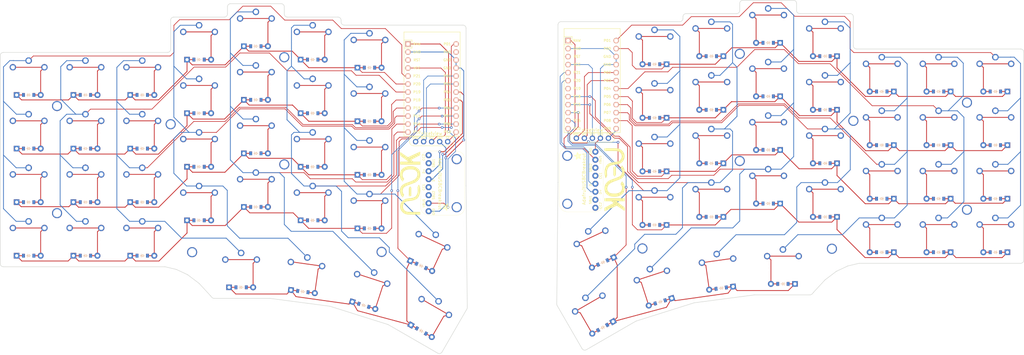
<source format=kicad_pcb>
(kicad_pcb (version 20211014) (generator pcbnew)
  (title_block (title "neok") (rev "v1.0.0") (company "Unknown"))
  (layers (0 "F.Cu" signal) (31 "B.Cu" signal) (34 "B.Paste" user) (35 "F.Paste" user) (36 "B.SilkS" user "B.Silkscreen") (37 "F.SilkS" user "F.Silkscreen") (38 "B.Mask" user) (39 "F.Mask" user) (44 "Edge.Cuts" user))
  (net 0 "")
  (footprint "ComboDiode" (layer "F.Cu") (at 126.250004 148.800004)
    (fp_text reference "D17" hide)
    (fp_text value "" hide)
  )
  (footprint "ComboDiode" (layer "F.Cu") (at 54.249993 130.270002)
    (fp_text reference "D3" hide)
    (fp_text value "" hide)
  )
  (footprint "" (layer "F.Cu") (at 99.252017 122.553558)
    (fp_text reference "")
    (fp_text value "")
  )
  (footprint "PG1350" (layer "F.Cu") (at 126.249995 143.800005)
    (fp_text reference "S17" hide)
    (fp_text value "" hide)
  )
  (footprint "ComboDiode" (layer "F.Cu") (at 126.249997 97.8)
    (fp_text reference "D20" hide)
    (fp_text value "" hide)
  )
  (footprint "ComboDiode" (layer "F.Cu") (at 160.448149 180.018468 -17.5)
    (fp_text reference "D31" hide)
    (fp_text value "" hide)
  )
  (footprint "" (layer "F.Cu") (at 63.251752 116.770005)
    (fp_text reference "")
    (fp_text value "")
  )
  (footprint "ComboDiode" (layer "F.Cu") (at 121.570002 174.3)
    (fp_text reference "D29" hide)
    (fp_text value "" hide)
  )
  (footprint "PG1350" (layer "F.Cu") (at 90.249996 142.270007)
    (fp_text reference "S10" hide)
    (fp_text value "" hide)
  )
  (footprint "PG1350" (layer "F.Cu") (at 144.250001 131.050005)
    (fp_text reference "S22" hide)
    (fp_text value "" hide)
  )
  (footprint "ComboDiode" (layer "F.Cu") (at 162.250003 138.599996)
    (fp_text reference "D26" hide)
    (fp_text value "" hide)
  )
  (footprint "PG1350" (layer "F.Cu") (at 126.249996 109.799999)
    (fp_text reference "S19" hide)
    (fp_text value "" hide)
  )
  (footprint "" (layer "F.Cu") (at 63.251754 150.77)
    (fp_text reference "")
    (fp_text value "")
  )
  (footprint "PG1350" (layer "F.Cu") (at 90.250001 159.270004)
    (fp_text reference "S9" hide)
    (fp_text value "" hide)
  )
  (footprint "PG1350" (layer "F.Cu") (at 162.249998 116.599996)
    (fp_text reference "S27" hide)
    (fp_text value "" hide)
  )
  (footprint "ComboDiode" (layer "F.Cu") (at 54.250001 113.270001)
    (fp_text reference "D4" hide)
    (fp_text value "" hide)
  )
  (footprint "PG1350" (layer "F.Cu") (at 54.249999 159.269994)
    (fp_text reference "S1" hide)
    (fp_text value "" hide)
  )
  (footprint "ComboDiode" (layer "F.Cu") (at 90.250009 113.270007)
    (fp_text reference "D12" hide)
    (fp_text value "" hide)
  )
  (footprint "PG1350" (layer "F.Cu") (at 54.250003 142.269992)
    (fp_text reference "S2" hide)
    (fp_text value "" hide)
  )
  (footprint "ComboDiode" (layer "F.Cu") (at 72.250008 164.270003)
    (fp_text reference "D5" hide)
    (fp_text value "" hide)
  )
  (footprint "ComboDiode" (layer "F.Cu") (at 72.25 130.270007)
    (fp_text reference "D7" hide)
    (fp_text value "" hide)
  )
  (footprint "ComboDiode" (layer "F.Cu") (at 108.250009 153.049999)
    (fp_text reference "D13" hide)
    (fp_text value "" hide)
  )
  (footprint "ProMicro" (layer "F.Cu") (at 182.049998 109.800006 -90)
    (fp_text reference "MCU1" hide)
    (fp_text value "" hide)
  )
  (footprint "PG1350" (layer "F.Cu") (at 72.25001 159.269998)
    (fp_text reference "S5" hide)
    (fp_text value "" hide)
  )
  (footprint "ComboDiode" (layer "F.Cu") (at 144.250002 119.05)
    (fp_text reference "D23" hide)
    (fp_text value "" hide)
  )
  (footprint "ComboDiode" (layer "F.Cu") (at 54.250007 164.270002)
    (fp_text reference "D1" hide)
    (fp_text value "" hide)
  )
  (footprint "ComboDiode" (layer "F.Cu") (at 144.250006 102.049995)
    (fp_text reference "D24" hide)
    (fp_text value "" hide)
  )
  (footprint "PG1350" (layer "F.Cu") (at 180.760257 162.974601 -25)
    (fp_text reference "S33" hide)
    (fp_text value "" hide)
  )
  (footprint "ComboDiode" (layer "F.Cu") (at 108.249996 102.049998)
    (fp_text reference "D16" hide)
    (fp_text value "" hide)
  )
  (footprint "ComboDiode" (layer "F.Cu") (at 162.250009 104.600009)
    (fp_text reference "D28" hide)
    (fp_text value "" hide)
  )
  (footprint "NeokFootprints:nice!view" (layer "F.Cu") (at 181.941751 129.379994)
    (fp_text reference "REF**")
    (fp_text value "nice!view")
  )
  (footprint "PG1350" (layer "F.Cu") (at 161.951676 175.249888 -17.5)
    (fp_text reference "S31" hide)
    (fp_text value "" hide)
  )
  (footprint "PG1350" (layer "F.Cu") (at 108.249997 148.050002)
    (fp_text reference "S13" hide)
    (fp_text value "" hide)
  )
  (footprint "NeokFootprints:adafruitUSBCBreakout" (layer "F.Cu") (at 180.996757 141.259998 -90)
    (fp_text reference "REF**")
    (fp_text value "AdafruitUSBCBreakout")
  )
  (footprint "NeokFootprints:logo" (layer "F.Cu") (at 175.1 141.235714 90)
    (fp_text reference "G***" hide)
    (fp_text value "LOGO" hide)
  )
  (footprint "ComboDiode" (layer "F.Cu") (at 144.249996 136.050003)
    (fp_text reference "D22" hide)
    (fp_text value "" hide)
  )
  (footprint "ComboDiode" (layer "F.Cu") (at 141.137077 175.648044 -7.5)
    (fp_text reference "D30" hide)
    (fp_text value "" hide)
  )
  (footprint "" (layer "F.Cu") (at 135.251748 135.299998)
    (fp_text reference "")
    (fp_text value "")
  )
  (footprint "ComboDiode" (layer "F.Cu") (at 54.250004 147.269998)
    (fp_text reference "D2" hide)
    (fp_text value "" hide)
  )
  (footprint "ComboDiode" (layer "F.Cu") (at 178.64716 167.506139 -25)
    (fp_text reference "D33" hide)
    (fp_text value "" hide)
  )
  (footprint "PG1350" (layer "F.Cu") (at 162.249995 133.6)
    (fp_text reference "S26" hide)
    (fp_text value "" hide)
  )
  (footprint "ComboDiode" (layer "F.Cu") (at 162.250004 121.600005)
    (fp_text reference "D27" hide)
    (fp_text value "" hide)
  )
  (footprint "ComboDiode" (layer "F.Cu") (at 144.249995 153.050003)
    (fp_text reference "D21" hide)
    (fp_text value "" hide)
  )
  (footprint "PG1350" (layer "F.Cu") (at 54.250002 125.269998)
    (fp_text reference "S3" hide)
    (fp_text value "" hide)
  )
  (footprint "PG1350" (layer "F.Cu") (at 72.249996 142.269999)
    (fp_text reference "S6" hide)
    (fp_text value "" hide)
  )
  (footprint "PG1350" (layer "F.Cu") (at 162.250009 99.599999)
    (fp_text reference "S28" hide)
    (fp_text value "" hide)
  )
  (footprint "PG1350" (layer "F.Cu") (at 121.57 169.300004)
    (fp_text reference "S29" hide)
    (fp_text value "" hide)
  )
  (footprint "PG1350" (layer "F.Cu") (at 126.250006 92.800005)
    (fp_text reference "S20" hide)
    (fp_text value "" hide)
  )
  (footprint "ProMicro" (layer "F.Cu") (at 232.772019 108.706448 -90)
    (fp_text reference "MCU1" hide)
    (fp_text value "" hide)
  )
  (footprint "" (layer "F.Cu") (at 135.251756 101.290004)
    (fp_text reference "")
    (fp_text value "")
  )
  (footprint "PG1350" (layer "F.Cu") (at 144.249992 97.050007)
    (fp_text reference "S24" hide)
    (fp_text value "" hide)
  )
  (footprint "NeokFootprints:adafruitUSBCBreakout" (layer "F.Cu") (at 233.82526 140.16644 90)
    (fp_text reference "REF**")
    (fp_text value "AdafruitUSBCBreakout")
  )
  (footprint "PG1350" (layer "F.Cu") (at 144.250006 114.050004)
    (fp_text reference "S23" hide)
    (fp_text value "" hide)
  )
  (footprint "ComboDiode" (layer "F.Cu") (at 126.249998 114.800004)
    (fp_text reference "D19" hide)
    (fp_text value "" hide)
  )
  (footprint "NeokFootprints:logo" (layer "F.Cu") (at 239.934302 140.174286 -90)
    (fp_text reference "G***" hide)
    (fp_text value "LOGO" hide)
  )
  (footprint "PG1350" (layer "F.Cu") (at 72.250001 108.270003)
    (fp_text reference "S8" hide)
    (fp_text value "" hide)
  )
  (footprint "ComboDiode" (layer "F.Cu") (at 108.25 136.050002)
    (fp_text reference "D14" hide)
    (fp_text value "" hide)
  )
  (footprint "ComboDiode" (layer "F.Cu") (at 108.249997 119.050007)
    (fp_text reference "D15" hide)
    (fp_text value "" hide)
  )
  (footprint "NeokFootprints:nice!view" (layer "F.Cu") (at 232.880266 128.286436)
    (fp_text reference "REF**")
    (fp_text value "nice!view")
  )
  (footprint "ComboDiode" (layer "F.Cu") (at 178.688331 188.163274 -30)
    (fp_text reference "D32" hide)
    (fp_text value "" hide)
  )
  (footprint "PG1350" (layer "F.Cu") (at 144.250003 148.049998)
    (fp_text reference "S21" hide)
    (fp_text value "" hide)
  )
  (footprint "PG1350" (layer "F.Cu") (at 141.789718 170.690818 -7.5)
    (fp_text reference "S30" hide)
    (fp_text value "" hide)
  )
  (footprint "PG1350" (layer "F.Cu") (at 108.250007 97.05)
    (fp_text reference "S16" hide)
    (fp_text value "" hide)
  )
  (footprint "ComboDiode" (layer "F.Cu") (at 126.250002 131.800007)
    (fp_text reference "D18" hide)
    (fp_text value "" hide)
  )
  (footprint "ComboDiode" (layer "F.Cu") (at 72.250002 147.270008)
    (fp_text reference "D6" hide)
    (fp_text value "" hide)
  )
  (footprint "ComboDiode" (layer "F.Cu") (at 90.250007 164.270004)
    (fp_text reference "D9" hide)
    (fp_text value "" hide)
  )
  (footprint "PG1350" (layer "F.Cu") (at 72.250004 125.269999)
    (fp_text reference "S7" hide)
    (fp_text value "" hide)
  )
  (footprint "PG1350" (layer "F.Cu") (at 108.25 114.049998)
    (fp_text reference "S15" hide)
    (fp_text value "" hide)
  )
  (footprint "ComboDiode" (layer "F.Cu") (at 90.249998 130.27)
    (fp_text reference "D11" hide)
    (fp_text value "" hide)
  )
  (footprint "PG1350" (layer "F.Cu") (at 54.250004 108.27)
    (fp_text reference "S4" hide)
    (fp_text value "" hide)
  )
  (footprint "ComboDiode" (layer "F.Cu") (at 72.250001 113.27)
    (fp_text reference "D8" hide)
    (fp_text value "" hide)
  )
  (footprint "PG1350" (layer "F.Cu") (at 126.249989 126.800002)
    (fp_text reference "S18" hide)
    (fp_text value "" hide)
  )
  (footprint "PG1350" (layer "F.Cu") (at 162.249997 150.600002)
    (fp_text reference "S25" hide)
    (fp_text value "" hide)
  )
  (footprint "PG1350" (layer "F.Cu") (at 90.249999 108.270003)
    (fp_text reference "S12" hide)
    (fp_text value "" hide)
  )
  (footprint "" (layer "F.Cu") (at 166.091754 163.060004)
    (fp_text reference "")
    (fp_text value "")
  )
  (footprint "" (layer "F.Cu") (at 106.051752 163.150006)
    (fp_text reference "")
    (fp_text value "")
  )
  (footprint "PG1350" (layer "F.Cu") (at 90.249998 125.270004)
    (fp_text reference "S11" hide)
    (fp_text value "" hide)
  )
  (footprint "PG1350" (layer "F.Cu") (at 181.188332 183.833157 -30)
    (fp_text reference "S32" hide)
    (fp_text value "" hide)
  )
  (footprint "PG1350" (layer "F.Cu") (at 108.249999 131.050001)
    (fp_text reference "S14" hide)
    (fp_text value "" hide)
  )
  (footprint "ComboDiode" (layer "F.Cu") (at 162.249996 155.600002)
    (fp_text reference "D25" hide)
    (fp_text value "" hide)
  )
  (footprint "ComboDiode" (layer "F.Cu") (at 90.250006 147.270001)
    (fp_text reference "D10" hide)
    (fp_text value "" hide)
  )
  (footprint "ComboDiode" (layer "B.Cu") (at 306.57202 117.956449 180)
    (fp_text reference "D15" hide)
    (fp_text value "" hide)
  )
  (footprint "PG1350" (layer "B.Cu") (at 288.572021 108.706441 180)
    (fp_text reference "S19" hide)
    (fp_text value "" hide)
  )
  (footprint "PG1350" (layer "B.Cu") (at 306.572017 112.95644 180)
    (fp_text reference "S15" hide)
    (fp_text value "" hide)
  )
  (footprint "PG1350" (layer "B.Cu") (at 252.572022 132.506442 180)
    (fp_text reference "S26" hide)
    (fp_text value "" hide)
  )
  (footprint "ComboDiode" (layer "B.Cu") (at 324.572011 146.176443 180)
    (fp_text reference "D10" hide)
    (fp_text value "" hide)
  )
  (footprint "PG1350" (layer "B.Cu") (at 234.06176 161.881043 -155)
    (fp_text reference "S33" hide)
    (fp_text value "" hide)
  )
  (footprint "PG1350" (layer "B.Cu") (at 288.572022 142.706447 180)
    (fp_text reference "S17" hide)
    (fp_text value "" hide)
  )
  (footprint "ComboDiode" (layer "B.Cu") (at 306.572008 151.956441 180)
    (fp_text reference "D13" hide)
    (fp_text value "" hide)
  )
  (footprint "" (layer "B.Cu") (at 308.770265 162.056448 180)
    (fp_text reference "")
    (fp_text value "")
  )
  (footprint "ComboDiode" (layer "B.Cu") (at 324.57201 163.176446 180)
    (fp_text reference "D9" hide)
    (fp_text value "" hide)
  )
  (footprint "PG1350" (layer "B.Cu") (at 360.572018 158.176436 180)
    (fp_text reference "S1" hide)
    (fp_text value "" hide)
  )
  (footprint "ComboDiode" (layer "B.Cu") (at 252.572008 103.506451 180)
    (fp_text reference "D28" hide)
    (fp_text value "" hide)
  )
  (footprint "ComboDiode" (layer "B.Cu") (at 324.572008 112.176449 180)
    (fp_text reference "D12" hide)
    (fp_text value "" hide)
  )
  (footprint "PG1350" (layer "B.Cu") (at 324.572018 107.176445 180)
    (fp_text reference "S12" hide)
    (fp_text value "" hide)
  )
  (footprint "ComboDiode" (layer "B.Cu") (at 360.572024 129.176444 180)
    (fp_text reference "D3" hide)
    (fp_text value "" hide)
  )
  (footprint "ComboDiode" (layer "B.Cu") (at 252.572021 154.506444 180)
    (fp_text reference "D25" hide)
    (fp_text value "" hide)
  )
  (footprint "PG1350" (layer "B.Cu") (at 324.572019 124.176446 180)
    (fp_text reference "S11" hide)
    (fp_text value "" hide)
  )
  (footprint "PG1350" (layer "B.Cu") (at 270.572014 146.95644 180)
    (fp_text reference "S21" hide)
    (fp_text value "" hide)
  )
  (footprint "ComboDiode" (layer "B.Cu") (at 342.572009 163.176445 180)
    (fp_text reference "D5" hide)
    (fp_text value "" hide)
  )
  (footprint "ComboDiode" (layer "B.Cu") (at 270.572015 117.956442 180)
    (fp_text reference "D23" hide)
    (fp_text value "" hide)
  )
  (footprint "ComboDiode" (layer "B.Cu") (at 288.572019 113.706446 180)
    (fp_text reference "D19" hide)
    (fp_text value "" hide)
  )
  (footprint "ComboDiode" (layer "B.Cu") (at 270.572021 134.956445 180)
    (fp_text reference "D22" hide)
    (fp_text value "" hide)
  )
  (footprint "PG1350" (layer "B.Cu") (at 252.57202 149.506444 180)
    (fp_text reference "S25" hide)
    (fp_text value "" hide)
  )
  (footprint "ComboDiode" (layer "B.Cu") (at 360.57201 163.176444 180)
    (fp_text reference "D1" hide)
    (fp_text value "" hide)
  )
  (footprint "ComboDiode" (layer "B.Cu") (at 293.252015 173.206442 180)
    (fp_text reference "D29" hide)
    (fp_text value "" hide)
  )
  (footprint "PG1350" (layer "B.Cu") (at 360.572015 124.17644 180)
    (fp_text reference "S3" hide)
    (fp_text value "" hide)
  )
  (footprint "ComboDiode" (layer "B.Cu") (at 236.174857 166.412581 -155)
    (fp_text reference "D33" hide)
    (fp_text value "" hide)
  )
  (footprint "PG1350" (layer "B.Cu") (at 273.032299 169.59726 -172.5)
    (fp_text reference "S30" hide)
    (fp_text value "" hide)
  )
  (footprint "PG1350" (layer "B.Cu") (at 288.572011 91.706447 180)
    (fp_text reference "S20" hide)
    (fp_text value "" hide)
  )
  (footprint "PG1350" (layer "B.Cu") (at 324.572021 141.176449 180)
    (fp_text reference "S10" hide)
    (fp_text value "" hide)
  )
  (footprint "PG1350" (layer "B.Cu") (at 288.572028 125.706444 180)
    (fp_text reference "S18" hide)
    (fp_text value "" hide)
  )
  (footprint "PG1350" (layer "B.Cu") (at 306.57202 146.956444 180)
    (fp_text reference "S13" hide)
    (fp_text value "" hide)
  )
  (footprint "ComboDiode" (layer "B.Cu") (at 252.572013 120.506447 180)
    (fp_text reference "D27" hide)
    (fp_text value "" hide)
  )
  (footprint "ComboDiode" (layer "B.Cu") (at 254.373868 178.92491 -162.5)
    (fp_text reference "D31" hide)
    (fp_text value "" hide)
  )
  (footprint "ComboDiode" (layer "B.Cu") (at 360.572016 112.176443 180)
    (fp_text reference "D4" hide)
    (fp_text value "" hide)
  )
  (footprint "PG1350" (layer "B.Cu") (at 270.572016 129.956447 180)
    (fp_text reference "S22" hide)
    (fp_text value "" hide)
  )
  (footprint "ComboDiode" (layer "B.Cu") (at 288.572015 130.706449 180)
    (fp_text reference "D18" hide)
    (fp_text value "" hide)
  )
  (footprint "ComboDiode" (layer "B.Cu") (at 306.572017 134.956444 180)
    (fp_text reference "D14" hide)
    (fp_text value "" hide)
  )
  (footprint "ComboDiode" (layer "B.Cu") (at 236.133686 187.069716 -150)
    (fp_text reference "D32" hide)
    (fp_text value "" hide)
  )
  (footprint "PG1350" (layer "B.Cu") (at 270.572025 95.956449 180)
    (fp_text reference "S24" hide)
    (fp_text value "" hide)
  )
  (footprint "PG1350" (layer "B.Cu") (at 270.572011 112.956446 180)
    (fp_text reference "S23" hide)
    (fp_text value "" hide)
  )
  (footprint "ComboDiode" (layer "B.Cu") (at 342.572015 146.17645 180)
    (fp_text reference "D6" hide)
    (fp_text value "" hide)
  )
  (footprint "ComboDiode" (layer "B.Cu") (at 273.68494 174.554486 -172.5)
    (fp_text reference "D30" hide)
    (fp_text value "" hide)
  )
  (footprint "PG1350" (layer "B.Cu") (at 233.633685 182.739599 -150)
    (fp_text reference "S32" hide)
    (fp_text value "" hide)
  )
  (footprint "PG1350" (layer "B.Cu") (at 342.572021 141.176441 180)
    (fp_text reference "S6" hide)
    (fp_text value "" hide)
  )
  (footprint "ComboDiode" (layer "B.Cu") (at 270.572022 151.956445 180)
    (fp_text reference "D21" hide)
    (fp_text value "" hide)
  )
  (footprint "PG1350" (layer "B.Cu") (at 293.252017 168.206446 180)
    (fp_text reference "S29" hide)
    (fp_text value "" hide)
  )
  (footprint "PG1350" (layer "B.Cu") (at 252.572008 98.506441 180)
    (fp_text reference "S28" hide)
    (fp_text value "" hide)
  )
  (footprint "" (layer "B.Cu") (at 351.570265 115.676447 180)
    (fp_text reference "")
    (fp_text value "")
  )
  (footprint "PG1350" (layer "B.Cu") (at 306.57201 95.956442 180)
    (fp_text reference "S16" hide)
    (fp_text value "" hide)
  )
  (footprint "" (layer "B.Cu") (at 279.570261 100.196446 180)
    (fp_text reference "")
    (fp_text value "")
  )
  (footprint "PG1350" (layer "B.Cu") (at 306.572018 129.956443 180)
    (fp_text reference "S14" hide)
    (fp_text value "" hide)
  )
  (footprint "PG1350" (layer "B.Cu") (at 342.572013 124.176441 180)
    (fp_text reference "S7" hide)
    (fp_text value "" hide)
  )
  (footprint "ComboDiode" (layer "B.Cu") (at 288.57202 96.706442 180)
    (fp_text reference "D20" hide)
    (fp_text value "" hide)
  )
  (footprint "PG1350" (layer "B.Cu") (at 252.870341 174.15633 -162.5)
    (fp_text reference "S31" hide)
    (fp_text value "" hide)
  )
  (footprint "ComboDiode" (layer "B.Cu") (at 270.572011 100.956437 180)
    (fp_text reference "D24" hide)
    (fp_text value "" hide)
  )
  (footprint "PG1350" (layer "B.Cu") (at 324.572016 158.176446 180)
    (fp_text reference "S9" hide)
    (fp_text value "" hide)
  )
  (footprint "ComboDiode" (layer "B.Cu") (at 306.572021 100.95644 180)
    (fp_text reference "D16" hide)
    (fp_text value "" hide)
  )
  (footprint "PG1350" (layer "B.Cu") (at 360.572013 107.176442 180)
    (fp_text reference "S4" hide)
    (fp_text value "" hide)
  )
  (footprint "PG1350" (layer "B.Cu") (at 252.572019 115.506438 180)
    (fp_text reference "S27" hide)
    (fp_text value "" hide)
  )
  (footprint "ComboDiode" (layer "B.Cu") (at 360.572013 146.17644 180)
    (fp_text reference "D2" hide)
    (fp_text value "" hide)
  )
  (footprint "PG1350" (layer "B.Cu") (at 342.572016 107.176445 180)
    (fp_text reference "S8" hide)
    (fp_text value "" hide)
  )
  (footprint "" (layer "B.Cu") (at 315.57 121.46 180)
    (fp_text reference "")
    (fp_text value "")
  )
  (footprint "" (layer "B.Cu") (at 279.570269 134.20644 180)
    (fp_text reference "")
    (fp_text value "")
  )
  (footprint "" (layer "B.Cu") (at 248.730263 161.966446 180)
    (fp_text reference "")
    (fp_text value "")
  )
  (footprint "PG1350" (layer "B.Cu") (at 360.572014 141.176434 180)
    (fp_text reference "S2" hide)
    (fp_text value "" hide)
  )
  (footprint "ComboDiode" (layer "B.Cu") (at 252.572014 137.506438 180)
    (fp_text reference "D26" hide)
    (fp_text value "" hide)
  )
  (footprint "ComboDiode" (layer "B.Cu") (at 288.572013 147.706446 180)
    (fp_text reference "D17" hide)
    (fp_text value "" hide)
  )
  (footprint "ComboDiode" (layer "B.Cu") (at 342.572017 129.176449 180)
    (fp_text reference "D7" hide)
    (fp_text value "" hide)
  )
  (footprint "ComboDiode" (layer "B.Cu") (at 324.572019 129.176442 180)
    (fp_text reference "D11" hide)
    (fp_text value "" hide)
  )
  (footprint "ComboDiode" (layer "B.Cu") (at 342.572016 112.176442 180)
    (fp_text reference "D8" hide)
    (fp_text value "" hide)
  )
  (footprint "PG1350" (layer "B.Cu") (at 342.572007 158.17644 180)
    (fp_text reference "S5" hide)
    (fp_text value "" hide)
  )
  (footprint "" (layer "B.Cu") (at 351.570263 149.676442 180)
    (fp_text reference "")
    (fp_text value "")
  )
  (gr_arc (start 193.229867 180.698723) (mid 193.197117 180.962629) (end 193.095938 181.20856) (layer "Edge.Cuts") (width 0.15))
  (gr_line (start 108.31099 173.106245) (end 111.835987 176.934786) (layer "Edge.Cuts") (width 0.15))
  (gr_line (start 278.572009 87.456438) (end 262.572018 87.456445) (layer "Edge.Cuts") (width 0.15))
  (gr_arc (start 117.249994 87.55) (mid 116.957099 88.257099) (end 116.250003 88.550001) (layer "Edge.Cuts") (width 0.15))
  (gr_line (start 117.249996 85.299996) (end 117.249994 87.55) (layer "Edge.Cuts") (width 0.15))
  (gr_line (start 135.249999 87.550003) (end 135.249996 85.300006) (layer "Edge.Cuts") (width 0.15))
  (gr_line (start 46.25 99.769999) (end 98.250001 99.770006) (layer "Edge.Cuts") (width 0.15))
  (gr_line (start 97.563338 167.796763) (end 100.947778 168.595857) (layer "Edge.Cuts") (width 0.15))
  (gr_line (start 46.250003 167.770005) (end 97.333552 167.77) (layer "Edge.Cuts") (width 0.15))
  (gr_line (start 152.249999 88.550003) (end 136.250008 88.549996) (layer "Edge.Cuts") (width 0.15))
  (gr_arc (start 306.511027 172.012687) (mid 306.574736 171.94944) (end 306.643861 171.892162) (layer "Edge.Cuts") (width 0.15))
  (gr_line (start 302.98603 175.841228) (end 306.511027 172.012687) (layer "Edge.Cuts") (width 0.15))
  (gr_arc (start 100.947778 168.595857) (mid 101.048189 168.625189) (end 101.144986 168.664852) (layer "Edge.Cuts") (width 0.15))
  (gr_line (start 246.790661 184.985737) (end 265.005226 179.242705) (layer "Edge.Cuts") (width 0.15))
  (gr_arc (start 302.958652 175.872218) (mid 302.972182 175.856583) (end 302.98603 175.841228) (layer "Edge.Cuts") (width 0.15))
  (gr_line (start 313.874239 167.502299) (end 317.258679 166.703205) (layer "Edge.Cuts") (width 0.15))
  (gr_line (start 99.249996 89.549998) (end 99.25 98.77001) (layer "Edge.Cuts") (width 0.15))
  (gr_line (start 168.230653 186.16699) (end 183.866531 195.194367) (layer "Edge.Cuts") (width 0.15))
  (gr_line (start 302.551577 176.352787) (end 302.958652 175.872218) (layer "Edge.Cuts") (width 0.15))
  (gr_line (start 230.955486 194.100809) (end 246.591364 185.073432) (layer "Edge.Cuts") (width 0.15))
  (gr_line (start 221.726079 180.115002) (end 229.589459 193.734781) (layer "Edge.Cuts") (width 0.15))
  (gr_arc (start 314.572017 87.456444) (mid 315.279082 87.749352) (end 315.572021 88.45644) (layer "Edge.Cuts") (width 0.15))
  (gr_line (start 297.572023 86.456442) (end 297.572021 84.206438) (layer "Edge.Cuts") (width 0.15))
  (gr_arc (start 191.849999 91.099999) (mid 192.557137 91.39286) (end 192.849995 92.099997) (layer "Edge.Cuts") (width 0.15))
  (gr_line (start 221.59215 179.605165) (end 221.971973 141.011361) (layer "Edge.Cuts") (width 0.15))
  (gr_line (start 111.863365 176.965776) (end 112.27044 177.446345) (layer "Edge.Cuts") (width 0.15))
  (gr_line (start 192.850044 142.104919) (end 193.229867 180.698723) (layer "Edge.Cuts") (width 0.15))
  (gr_arc (start 316.572016 98.676448) (mid 315.864898 98.383543) (end 315.572017 97.676452) (layer "Edge.Cuts") (width 0.15))
  (gr_arc (start 221.972022 91.006439) (mid 222.264873 90.299295) (end 222.972018 90.006441) (layer "Edge.Cuts") (width 0.15))
  (gr_arc (start 168.031356 186.079294) (mid 168.1334 186.117697) (end 168.230653 186.16699) (layer "Edge.Cuts") (width 0.15))
  (gr_line (start 279.572021 84.206448) (end 279.572018 86.456445) (layer "Edge.Cuts") (width 0.15))
  (gr_line (start 134.249996 84.300007) (end 118.249992 84.300007) (layer "Edge.Cuts") (width 0.15))
  (gr_arc (start 99.249996 89.549998) (mid 99.542916 88.842916) (end 100.25 88.550002) (layer "Edge.Cuts") (width 0.15))
  (gr_line (start 101.144986 168.664852) (end 104.556591 170.275892) (layer "Edge.Cuts") (width 0.15))
  (gr_line (start 306.643861 171.892162) (end 310.089603 169.28871) (layer "Edge.Cuts") (width 0.15))
  (gr_arc (start 45.250001 100.770001) (mid 45.54292 100.06292) (end 46.25 99.769999) (layer "Edge.Cuts") (width 0.15))
  (gr_line (start 296.572025 83.206449) (end 280.572021 83.206449) (layer "Edge.Cuts") (width 0.15))
  (gr_line (start 153.249995 90.100006) (end 153.25 89.549999) (layer "Edge.Cuts") (width 0.15))
  (gr_arc (start 310.089603 169.28871) (mid 310.174774 169.230992) (end 310.265426 169.182334) (layer "Edge.Cuts") (width 0.15))
  (gr_line (start 192.849995 92.099997) (end 192.850004 142.095075) (layer "Edge.Cuts") (width 0.15))
  (gr_line (start 316.572016 98.676448) (end 368.572017 98.676441) (layer "Edge.Cuts") (width 0.15))
  (gr_line (start 130.733296 177.808557) (end 149.646617 180.29854) (layer "Edge.Cuts") (width 0.15))
  (gr_arc (start 369.572014 165.676438) (mid 369.279139 166.383562) (end 368.572014 166.676447) (layer "Edge.Cuts") (width 0.15))
  (gr_arc (start 279.572018 86.456445) (mid 279.279137 87.163569) (end 278.572009 87.456438) (layer "Edge.Cuts") (width 0.15))
  (gr_arc (start 46.250003 167.770005) (mid 45.542861 167.477141) (end 45.250003 166.769996) (layer "Edge.Cuts") (width 0.15))
  (gr_line (start 45.250003 166.769996) (end 45.250001 100.770001) (layer "Edge.Cuts") (width 0.15))
  (gr_arc (start 298.572014 87.456443) (mid 297.864898 87.163535) (end 297.572023 86.456442) (layer "Edge.Cuts") (width 0.15))
  (gr_line (start 222.972018 90.006441) (end 260.572021 90.006442) (layer "Edge.Cuts") (width 0.15))
  (gr_line (start 116.250003 88.550001) (end 100.25 88.550002) (layer "Edge.Cuts") (width 0.15))
  (gr_arc (start 284.088721 176.714999) (mid 284.153844 176.708583) (end 284.219247 176.70644) (layer "Edge.Cuts") (width 0.15))
  (gr_arc (start 221.726079 180.115002) (mid 221.624904 179.869069) (end 221.59215 179.605165) (layer "Edge.Cuts") (width 0.15))
  (gr_arc (start 154.249996 91.1) (mid 153.542864 90.807136) (end 153.249995 90.100006) (layer "Edge.Cuts") (width 0.15))
  (gr_arc (start 152.249999 88.550003) (mid 152.957154 88.842845) (end 153.25 89.549999) (layer "Edge.Cuts") (width 0.15))
  (gr_arc (start 185.232557 194.828341) (mid 184.625343 195.294238) (end 183.866531 195.194367) (layer "Edge.Cuts") (width 0.15))
  (gr_arc (start 302.551577 176.352787) (mid 302.20905 176.613754) (end 301.788535 176.706449) (layer "Edge.Cuts") (width 0.15))
  (gr_arc (start 149.646618 180.298538) (mid 149.732528 180.313688) (end 149.816791 180.336263) (layer "Edge.Cuts") (width 0.15))
  (gr_arc (start 221.972013 141.001517) (mid 221.972009 141.006439) (end 221.971973 141.011361) (layer "Edge.Cuts") (width 0.15))
  (gr_line (start 154.249996 91.1) (end 191.849999 91.099999) (layer "Edge.Cuts") (width 0.15))
  (gr_arc (start 317.258679 166.703205) (mid 317.372796 166.683164) (end 317.488465 166.676442) (layer "Edge.Cuts") (width 0.15))
  (gr_arc (start 97.333552 167.77) (mid 97.449222 167.776707) (end 97.563338 167.796763) (layer "Edge.Cuts") (width 0.15))
  (gr_arc (start 136.250008 88.549996) (mid 135.54287 88.257137) (end 135.249999 87.550003) (layer "Edge.Cuts") (width 0.15))
  (gr_arc (start 296.572025 83.206449) (mid 297.27908 83.499358) (end 297.572021 84.206438) (layer "Edge.Cuts") (width 0.15))
  (gr_arc (start 313.677031 167.571294) (mid 313.773829 167.531633) (end 313.874239 167.502299) (layer "Edge.Cuts") (width 0.15))
  (gr_line (start 221.972013 141.001517) (end 221.972022 91.006439) (layer "Edge.Cuts") (width 0.15))
  (gr_arc (start 368.572017 98.676441) (mid 369.279149 98.969316) (end 369.572016 99.676443) (layer "Edge.Cuts") (width 0.15))
  (gr_arc (start 265.005226 179.242705) (mid 265.08949 179.220132) (end 265.175399 179.20498) (layer "Edge.Cuts") (width 0.15))
  (gr_arc (start 261.572022 89.006448) (mid 261.279143 89.713569) (end 260.572021 90.006442) (layer "Edge.Cuts") (width 0.15))
  (gr_line (start 369.572016 99.676443) (end 369.572014 165.676438) (layer "Edge.Cuts") (width 0.15))
  (gr_arc (start 108.178156 172.98572) (mid 108.247283 173.042996) (end 108.31099 173.106245) (layer "Edge.Cuts") (width 0.15))
  (gr_arc (start 113.033482 177.800007) (mid 112.612967 177.707307) (end 112.27044 177.446345) (layer "Edge.Cuts") (width 0.15))
  (gr_arc (start 111.835987 176.934786) (mid 111.849833 176.950142) (end 111.863365 176.965776) (layer "Edge.Cuts") (width 0.15))
  (gr_line (start 314.572017 87.456444) (end 298.572014 87.456443) (layer "Edge.Cuts") (width 0.15))
  (gr_line (start 185.232558 194.828339) (end 193.095938 181.20856) (layer "Edge.Cuts") (width 0.15))
  (gr_arc (start 104.556591 170.275892) (mid 104.647239 170.324556) (end 104.732414 170.382268) (layer "Edge.Cuts") (width 0.15))
  (gr_line (start 261.572017 88.456441) (end 261.572022 89.006448) (layer "Edge.Cuts") (width 0.15))
  (gr_arc (start 130.60277 177.799998) (mid 130.668173 177.802143) (end 130.733296 177.808557) (layer "Edge.Cuts") (width 0.15))
  (gr_arc (start 261.572017 88.456441) (mid 261.864934 87.749386) (end 262.572018 87.456445) (layer "Edge.Cuts") (width 0.15))
  (gr_line (start 310.265426 169.182334) (end 313.677031 167.571294) (layer "Edge.Cuts") (width 0.15))
  (gr_line (start 284.219246 176.706439) (end 301.788532 176.706448) (layer "Edge.Cuts") (width 0.15))
  (gr_line (start 104.732414 170.382268) (end 108.178156 172.98572) (layer "Edge.Cuts") (width 0.15))
  (gr_arc (start 117.249996 85.299996) (mid 117.542912 84.592919) (end 118.249992 84.300007) (layer "Edge.Cuts") (width 0.15))
  (gr_arc (start 230.955486 194.100809) (mid 230.196659 194.200705) (end 229.58946 193.734783) (layer "Edge.Cuts") (width 0.15))
  (gr_arc (start 192.850044 142.104919) (mid 192.850008 142.099997) (end 192.850004 142.095075) (layer "Edge.Cuts") (width 0.15))
  (gr_line (start 149.816791 180.336263) (end 168.031356 186.079295) (layer "Edge.Cuts") (width 0.15))
  (gr_arc (start 279.572021 84.206448) (mid 279.864935 83.49939) (end 280.572021 83.206449) (layer "Edge.Cuts") (width 0.15))
  (gr_line (start 113.033485 177.800006) (end 130.602771 177.799997) (layer "Edge.Cuts") (width 0.15))
  (gr_arc (start 134.249996 84.300007) (mid 134.957153 84.59285) (end 135.249996 85.300006) (layer "Edge.Cuts") (width 0.15))
  (gr_line (start 265.1754 179.204982) (end 284.088721 176.714999) (layer "Edge.Cuts") (width 0.15))
  (gr_arc (start 246.591364 185.073432) (mid 246.688615 185.024136) (end 246.790661 184.985736) (layer "Edge.Cuts") (width 0.15))
  (gr_line (start 317.488465 166.676442) (end 368.572014 166.676447) (layer "Edge.Cuts") (width 0.15))
  (gr_arc (start 99.25 98.77001) (mid 98.957099 99.477107) (end 98.250001 99.770006) (layer "Edge.Cuts") (width 0.15))
  (gr_line (start 315.572017 97.676452) (end 315.572021 88.45644) (layer "Edge.Cuts") (width 0.15))
  (segment (start 338.762016 163.176444) (end 338.762016 155.566442) (width 0.25) (layer "F.Cu") (net 0))
  (segment (start 308.660268 136.686435) (end 298.362009 136.686446) (width 0.25) (layer "F.Cu") (net 0))
  (segment (start 356.762012 104.566438) (end 355.572014 103.376437) (width 0.25) (layer "F.Cu") (net 0))
  (segment (start 284.76202 130.706436) (end 286.922017 130.706442) (width 0.25) (layer "F.Cu") (net 0))
  (segment (start 225.172019 96.006448) (end 226.097926 96.006448) (width 0.2) (layer "F.Cu") (net 0))
  (segment (start 158.44 104.599996) (end 160.599993 104.600002) (width 0.25) (layer "F.Cu") (net 0))
  (segment (start 135.722017 117.193558) (end 141.172017 122.643558) (width 0.2) (layer "F.Cu") (net 0))
  (segment (start 275.320822 174.339116) (end 277.441055 174.041137) (width 0.25) (layer "F.Cu") (net 0))
  (segment (start 355.572014 103.376437) (end 365.572018 103.37644) (width 0.25) (layer "F.Cu") (net 0))
  (segment (start 328.380261 129.176442) (end 326.620267 130.936442) (width 0.25) (layer "F.Cu") (net 0))
  (segment (start 142.989997 155.600002) (end 158.439997 155.599998) (width 0.25) (layer "F.Cu") (net 0))
  (segment (start 169.982017 138.743558) (end 169.982017 126.113558) (width 0.2) (layer "F.Cu") (net 0))
  (segment (start 364.382021 129.194695) (end 362.660262 130.916438) (width 0.25) (layer "F.Cu") (net 0))
  (segment (start 113.25 127.249998) (end 103.25001 127.250005) (width 0.25) (layer "F.Cu") (net 0))
  (segment (start 278.721608 175.316436) (end 277.462345 174.057169) (width 0.25) (layer "F.Cu") (net 0))
  (segment (start 171.642017 138.793558) (end 171.642017 128.023558) (width 0.2) (layer "F.Cu") (net 0))
  (segment (start 183.682017 126.339728) (end 183.682017 126.333558) (width 0.2) (layer "F.Cu") (net 0))
  (segment (start 70.041753 148.87) (end 84.839997 148.87) (width 0.25) (layer "F.Cu") (net 0))
  (segment (start 135.482017 117.673558) (end 140.952017 123.143558) (width 0.2) (layer "F.Cu") (net 0))
  (segment (start 258.27 104.49) (end 256.84 105.92) (width 0.2) (layer "F.Cu") (net 0))
  (segment (start 72.250004 119.369999) (end 73.856445 117.763558) (width 0.2) (layer "F.Cu") (net 0))
  (segment (start 188.172017 97.873558) (end 188.945569 97.100006) (width 0.2) (layer "F.Cu") (net 0))
  (segment (start 86.441752 164.270006) (end 88.111755 165.94) (width 0.25) (layer "F.Cu") (net 0))
  (segment (start 310.382015 134.964693) (end 308.660268 136.686435) (width 0.25) (layer "F.Cu") (net 0))
  (segment (start 308.25 120.57) (end 298.31 120.57) (width 0.2) (layer "F.Cu") (net 0))
  (segment (start 104.441754 153.050005) (end 106.081747 154.689998) (width 0.25) (layer "F.Cu") (net 0))
  (segment (start 148.059998 145.440001) (end 149.249997 144.250006) (width 0.25) (layer "F.Cu") (net 0))
  (segment (start 228.391478 123.37) (end 228.391478 118.85) (width 0.2) (layer "F.Cu") (net 0))
  (segment (start 310.382018 151.95644) (end 310.380263 151.956447) (width 0.25) (layer "F.Cu") (net 0))
  (segment (start 271.832016 103.506448) (end 256.382017 103.506438) (width 0.25) (layer "F.Cu") (net 0))
  (segment (start 181.987892 190.068283) (end 180.117272 188.988287) (width 0.25) (layer "F.Cu") (net 0))
  (segment (start 246.959067 172.035731) (end 256.386279 168.972645) (width 0.25) (layer "F.Cu") (net 0))
  (segment (start 76.060006 105.660002) (end 77.250005 104.470006) (width 0.25) (layer "F.Cu") (net 0))
  (segment (start 145.985683 168.523363) (end 147.242942 167.575953) (width 0.25) (layer "F.Cu") (net 0))
  (segment (start 66.770001 165.940005) (end 68.440003 164.270005) (width 0.25) (layer "F.Cu") (net 0))
  (segment (start 192.122017 113.283558) (end 191.178465 112.340006) (width 0.25) (layer "F.Cu") (net 0))
  (segment (start 320.762013 155.566444) (end 319.572012 154.376449) (width 0.25) (layer "F.Cu") (net 0))
  (segment (start 245.308467 91.11) (end 240.412019 96.006448) (width 0.2) (layer "F.Cu") (net 0))
  (segment (start 166.060003 104.600002) (end 166.060005 96.990002) (width 0.25) (layer "F.Cu") (net 0))
  (segment (start 356.762022 129.176447) (end 358.922019 129.176442) (width 0.25) (layer "F.Cu") (net 0))
  (segment (start 229.029128 182.384271) (end 227.403566 181.948697) (width 0.25) (layer "F.Cu") (net 0))
  (segment (start 58.059995 164.270003) (end 58.059994 156.66) (width 0.25) (layer "F.Cu") (net 0))
  (segment (start 76.060003 147.27) (end 73.900002 147.270004) (width 0.25) (layer "F.Cu") (net 0))
  (segment (start 104.440001 119.049997) (end 106.599996 119.050001) (width 0.25) (layer "F.Cu") (net 0))
  (segment (start 163.9 155.600004) (end 166.060001 155.600006) (width 0.25) (layer "F.Cu") (net 0))
  (segment (start 310.382016 117.956439) (end 310.370263 117.956437) (width 0.25) (layer "F.Cu") (net 0))
  (segment (start 320.76201 129.176448) (end 322.922011 129.176439) (width 0.25) (layer "F.Cu") (net 0))
  (segment (start 362.940265 147.616445) (end 347.822016 147.616447) (width 0.25) (layer "F.Cu") (net 0))
  (segment (start 121.142017 99.953558) (end 130.542017 99.953558) (width 0.2) (layer "F.Cu") (net 0))
  (segment (start 68.440003 164.270005) (end 68.441747 164.27) (width 0.25) (layer "F.Cu") (net 0))
  (segment (start 288.252009 164.406442) (end 298.252019 164.406441) (width 0.25) (layer "F.Cu") (net 0))
  (segment (start 147.242942 167.575953) (end 137.427055 166.19642) (width 0.25) (layer "F.Cu") (net 0))
  (segment (start 173.358465 107.260006) (end 174.449998 107.260006) (width 0.2) (layer "F.Cu") (net 0))
  (segment (start 338.762011 104.566444) (end 337.572012 103.376448) (width 0.25) (layer "F.Cu") (net 0))
  (segment (start 248.762015 137.506443) (end 250.922019 137.50644) (width 0.25) (layer "F.Cu") (net 0))
  (segment (start 358.922024 146.176441) (end 356.762017 146.176442) (width 0.25) (layer "F.Cu") (net 0))
  (segment (start 183.692017 126.323558) (end 185.782017 126.323558) (width 0.2) (layer "F.Cu") (net 0))
  (segment (start 227.051478 128.48) (end 226.341478 128.48) (width 0.2) (layer "F.Cu") (net 0))
  (segment (start 231.241478 109.98) (end 232.51503 108.706448) (width 0.2) (layer "F.Cu") (net 0))
  (segment (start 124.121753 116.479996) (end 137.741753 116.480003) (width 0.25) (layer "F.Cu") (net 0))
  (segment (start 187.021751 128.079994) (end 187.018453 128.079994) (width 0.2) (layer "F.Cu") (net 0))
  (segment (start 252.57202 143.606444) (end 249.086444 143.606444) (width 0.2) (layer "F.Cu") (net 0))
  (segment (start 298.492021 119.816436) (end 292.382013 113.706441) (width 0.25) (layer "F.Cu") (net 0))
  (segment (start 174.872017 127.193558) (end 174.992017 127.193558) (width 0.2) (layer "F.Cu") (net 0))
  (segment (start 306.572018 124.056443) (end 301.076443 124.056443) (width 0.2) (layer "F.Cu") (net 0))
  (segment (start 58.059995 130.270005) (end 55.899998 130.27) (width 0.25) (layer "F.Cu") (net 0))
  (segment (start 292.382019 130.706439) (end 290.807013 132.281448) (width 0.25) (layer "F.Cu") (net 0))
  (segment (start 106.311752 120.909998) (end 116.329996 120.909994) (width 0.25) (layer "F.Cu") (net 0))
  (segment (start 338.762014 146.176442) (end 338.762018 138.566442) (width 0.25) (layer "F.Cu") (net 0))
  (segment (start 144.914485 176.145346) (end 142.794253 175.847372) (width 0.25) (layer "F.Cu") (net 0))
  (segment (start 292.382013 113.706441) (end 292.380266 113.706435) (width 0.25) (layer "F.Cu") (net 0))
  (segment (start 167.302017 92.203558) (end 172.492017 97.393558) (width 0.2) (layer "F.Cu") (net 0))
  (segment (start 112.059995 111.440004) (end 113.250002 110.250003) (width 0.25) (layer "F.Cu") (net 0))
  (segment (start 302.762017 151.956442) (end 302.762024 144.346441) (width 0.25) (layer "F.Cu") (net 0))
  (segment (start 346.382016 129.176445) (end 344.222017 129.176443) (width 0.25) (layer "F.Cu") (net 0))
  (segment (start 50.441751 147.270004) (end 51.881752 148.710003) (width 0.25) (layer "F.Cu") (net 0))
  (segment (start 338.762017 121.566443) (end 337.572007 120.376442) (width 0.25) (layer "F.Cu") (net 0))
  (segment (start 170.242017 120.573558) (end 170.855569 119.960006) (width 0.2) (layer "F.Cu") (net 0))
  (segment (start 76.060003 147.27) (end 76.059999 139.66) (width 0.25) (layer "F.Cu") (net 0))
  (segment (start 239.62789 164.802405) (end 243.57 160.860295) (width 0.2) (layer "F.Cu") (net 0))
  (segment (start 362.660262 130.916438) (end 348.122013 130.916442) (width 0.25) (layer "F.Cu") (net 0))
  (segment (start 297.062024 173.206445) (end 294.902015 173.206441) (width 0.25) (layer "F.Cu") (net 0))
  (segment (start 191.178465 112.340006) (end 189.689998 112.340006) (width 0.25) (layer "F.Cu") (net 0))
  (segment (start 227.371478 123.58) (end 223.901478 127.05) (width 0.2) (layer "F.Cu") (net 0))
  (segment (start 140.44 102.05) (end 142.990001 104.600006) (width 0.25) (layer "F.Cu") (net 0))
  (segment (start 310.382022 138.818191) (end 310.382008 134.956445) (width 0.25) (layer "F.Cu") (net 0))
  (segment (start 266.762021 100.956441) (end 268.922019 100.956447) (width 0.25) (layer "F.Cu") (net 0))
  (segment (start 170.772017 138.733558) (end 170.772017 127.683558) (width 0.2) (layer "F.Cu") (net 0))
  (segment (start 319.410267 113.736448) (end 326.822018 113.736451) (width 0.25) (layer "F.Cu") (net 0))
  (segment (start 170.772017 127.683558) (end 171.772017 126.683558) (width 0.2) (layer "F.Cu") (net 0))
  (segment (start 230.29882 130.29) (end 224.641478 130.29) (width 0.2) (layer "F.Cu") (net 0))
  (segment (start 328.382019 163.176436) (end 326.222016 163.17644) (width 0.25) (layer "F.Cu") (net 0))
  (segment (start 117.812017 89.393558) (end 122.112017 85.093558) (width 0.2) (layer "F.Cu") (net 0))
  (segment (start 156.832017 139.843558) (end 157.882017 140.893558) (width 0.2) (layer "F.Cu") (net 0))
  (segment (start 302.762019 134.956439) (end 302.762024 127.346445) (width 0.25) (layer "F.Cu") (net 0))
  (segment (start 239.627884 164.802407) (end 240.744961 167.197985) (width 0.25) (layer "F.Cu") (net 0))
  (segment (start 106.652017 104.423558) (end 116.672017 104.423558) (width 0.2) (layer "F.Cu") (net 0))
  (segment (start 275.874572 176.158894) (end 259.003765 178.529934) (width 0.25) (layer "F.Cu") (net 0))
  (segment (start 140.439995 136.049999) (end 142.600004 136.05) (width 0.25) (layer "F.Cu") (net 0))
  (segment (start 240.372019 113.786448) (end 244.146448 113.786448) (width 0.2) (layer "F.Cu") (net 0))
  (segment (start 314.55 98.66) (end 314.55 90.07) (width 0.2) (layer "F.Cu") (net 0))
  (segment (start 256.382008 103.506451) (end 256.382008 103.517992) (width 0.2) (layer "F.Cu") (net 0))
  (segment (start 340.965572 116.67) (end 321.51 116.67) (width 0.2) (layer "F.Cu") (net 0))
  (segment (start 187.322017 99.803558) (end 184.618465 97.100006) (width 0.25) (layer "F.Cu") (net 0))
  (segment (start 59.250003 104.469995) (end 49.249999 104.469998) (width 0.25) (layer "F.Cu") (net 0))
  (segment (start 138.947445 177.252452) (end 155.818252 179.623492) (width 0.25) (layer "F.Cu") (net 0))
  (segment (start 328.382016 146.176442) (end 326.222014 146.176445) (width 0.25) (layer "F.Cu") (net 0))
  (segment (start 182.100192 169.116315) (end 185.316315 162.219319) (width 0.25) (layer "F.Cu") (net 0))
  (segment (start 185.262017 119.953558) (end 185.272017 119.963558) (width 0.2) (layer "F.Cu") (net 0))
  (segment (start 95.41175 114.830006) (end 87.999999 114.830009) (width 0.25) (layer "F.Cu") (net 0))
  (segment (start 266.76202 117.956446) (end 266.762016 110.346444) (width 0.25) (layer "F.Cu") (net 0))
  (segment (start 171.252017 161.583558) (end 171.252017 143.653558) (width 0.2) (layer "F.Cu") (net 0))
  (segment (start 112.060002 94.44) (end 113.250002 93.250002) (width 0.25) (layer "F.Cu") (net 0))
  (segment (start 271.37 138.75) (end 257.99 138.75) (width 0.2) (layer "F.Cu") (net 0))
  (segment (start 137.380962 175.134695) (end 137.359674 175.150733) (width 0.25) (layer "F.Cu") (net 0))
  (segment (start 175.388774 186.258279) (end 174.077973 184.947479) (width 0.25) (layer "F.Cu") (net 0))
  (segment (start 122.439998 131.799997) (end 124.600003 131.799998) (width 0.25) (layer "F.Cu") (net 0))
  (segment (start 244.58 121.15) (end 244.58 119.48) (width 0.2) (layer "F.Cu") (net 0))
  (segment (start 326.620267 130.936442) (end 319.430254 130.936439) (width 0.25) (layer "F.Cu") (net 0))
  (segment (start 158.440001 121.600004) (end 160.599997 121.600004) (width 0.25) (layer "F.Cu") (net 0))
  (segment (start 245.5 122.97) (end 243.936448 121.406448) (width 0.2) (layer "F.Cu") (net 0))
  (segment (start 355.572016 154.376444) (end 365.57202 154.376445) (width 0.25) (layer "F.Cu") (net 0))
  (segment (start 230.29882 130.29) (end 233.82526 133.81644) (width 0.2) (layer "F.Cu") (net 0))
  (segment (start 248.762015 137.506443) (end 248.762026 129.896445) (width 0.25) (layer "F.Cu") (net 0))
  (segment (start 187.342017 124.773558) (end 187.322017 124.753558) (width 0.25) (layer "F.Cu") (net 0))
  (segment (start 142.794253 175.847372) (end 142.772968 175.863406) (width 0.25) (layer "F.Cu") (net 0))
  (segment (start 257.995015 177.802754) (end 258.007531 177.779222) (width 0.25) (layer "F.Cu") (net 0))
  (segment (start 290.807013 132.281448) (end 277.057017 132.28144) (width 0.25) (layer "F.Cu") (net 0))
  (segment (start 223.901478 127.05) (end 223.901478 129.55) (width 0.2) (layer "F.Cu") (net 0))
  (segment (start 338.762021 112.176441) (end 340.922017 112.176438) (width 0.25) (layer "F.Cu") (net 0))
  (segment (start 55.899993 147.269999) (end 58.06 147.27) (width 0.25) (layer "F.Cu") (net 0))
  (segment (start 364.382023 112.176437) (end 362.222012 112.176442) (width 0.25) (layer "F.Cu") (net 0))
  (segment (start 254.86 122.02) (end 246.9 122.02) (width 0.2) (layer "F.Cu") (net 0))
  (segment (start 172.492017 97.393558) (end 172.492017 106.393558) (width 0.2) (layer "F.Cu") (net 0))
  (segment (start 250.740211 180.070602) (end 252.776481 179.408977) (width 0.25) (layer "F.Cu") (net 0))
  (segment (start 284.762016 89.096444) (end 283.572016 87.906445) (width 0.25) (layer "F.Cu") (net 0))
  (segment (start 148.059996 102.049999) (end 145.899998 102.050005) (width 0.25) (layer "F.Cu") (net 0))
  (segment (start 308.74027 153.59644) (end 298.272011 153.596443) (width 0.25) (layer "F.Cu") (net 0))
  (segment (start 148.059997 119.050004) (end 145.899999 119.050001) (width 0.25) (layer "F.Cu") (net 0))
  (segment (start 324.572021 135.276449) (end 322.956449 135.276449) (width 0.2) (layer "F.Cu") (net 0))
  (segment (start 277.394962 165.102862) (end 277.493524 165.177137) (width 0.25) (layer "F.Cu") (net 0))
  (segment (start 329.952026 113.746442) (end 328.382017 112.176443) (width 0.25) (layer "F.Cu") (net 0))
  (segment (start 319.430254 130.936439) (end 310.382013 121.888196) (width 0.25) (layer "F.Cu") (net 0))
  (segment (start 186.112017 132.103558) (end 192.122017 126.093558) (width 0.25) (layer "F.Cu") (net 0))
  (segment (start 256.362468 180.628549) (end 258.007534 177.779225) (width 0.25) (layer "F.Cu") (net 0))
  (segment (start 249.48 105.92) (end 244.153552 111.246448) (width 0.2) (layer "F.Cu") (net 0))
  (segment (start 86.440007 130.270001) (end 88.599998 130.270004) (width 0.25) (layer "F.Cu") (net 0))
  (segment (start 68.439999 147.270005) (end 68.441746 147.270002) (width 0.25) (layer "F.Cu") (net 0))
  (segment (start 171.252017 161.953853) (end 171.252017 161.583558) (width 0.2) (layer "F.Cu") (net 0))
  (segment (start 344.780264 147.776442) (end 329.98202 147.776442) (width 0.25) (layer "F.Cu") (net 0))
  (segment (start 169.272017 121.763558) (end 169.272017 116.463558) (width 0.2) (layer "F.Cu") (net 0))
  (segment (start 274.382014 151.956448) (end 271.83202 154.506444) (width 0.25) (layer "F.Cu") (net 0))
  (segment (start 126.570008 165.5) (end 116.569998 165.499999) (width 0.25) (layer "F.Cu") (net 0))
  (segment (start 329.952026 113.746442) (end 344.812014 113.746442) (width 0.25) (layer "F.Cu") (net 0))
  (segment (start 185.442017 132.103558) (end 186.112017 132.103558) (width 0.25) (layer "F.Cu") (net 0))
  (segment (start 58.060001 113.270001) (end 58.060005 105.659996) (width 0.25) (layer "F.Cu") (net 0))
  (segment (start 170.855569 119.960006) (end 174.449998 119.960006) (width 0.2) (layer "F.Cu") (net 0))
  (segment (start 188.172017 121.243558) (end 188.172017 123.593558) (width 0.2) (layer "F.Cu") (net 0))
  (segment (start 256.373553 120.506447) (end 254.86 122.02) (width 0.2) (layer "F.Cu") (net 0))
  (segment (start 130.060003 107.190003) (end 131.249995 106.000001) (width 0.25) (layer "F.Cu") (net 0))
  (segment (start 112.06 153.05) (end 112.059993 145.439999) (width 0.25) (layer "F.Cu") (net 0))
  (segment (start 76.060001 156.66) (end 77.25 155.470007) (width 0.25) (layer "F.Cu") (net 0))
  (segment (start 362.740264 164.846444) (end 348.052016 164.846447) (width 0.25) (layer "F.Cu") (net 0))
  (segment (start 168.392017 124.093558) (end 170.242017 122.243558) (width 0.2) (layer "F.Cu") (net 0))
  (segment (start 310.382017 100.956446) (end 308.222021 100.956442) (width 0.25) (layer "F.Cu") (net 0))
  (segment (start 70.111744 165.940002) (end 84.770002 165.940003) (width 0.25) (layer "F.Cu") (net 0))
  (segment (start 319.410267 113.736448) (end 310.382013 104.708191) (width 0.25) (layer "F.Cu") (net 0))
  (segment (start 346.380271 146.176444) (end 344.780264 147.776442) (width 0.25) (layer "F.Cu") (net 0))
  (segment (start 229.505702 161.125761) (end 227.924267 160.550164) (width 0.25) (layer "F.Cu") (net 0))
  (segment (start 113.745574 125.150001) (end 121.222017 117.673558) (width 0.2) (layer "F.Cu") (net 0))
  (segment (start 277.070264 115.376444) (end 276.962018 115.376449) (width 0.25) (layer "F.Cu") (net 0))
  (segment (start 248.361735 172.750421) (end 246.959067 172.035731) (width 0.25) (layer "F.Cu") (net 0))
  (segment (start 244.84 129.818522) (end 241.371478 126.35) (width 0.2) (layer "F.Cu") (net 0))
  (segment (start 292.380266 113.706435) (end 290.700264 115.386438) (width 0.25) (layer "F.Cu") (net 0))
  (segment (start 52.081753 165.940002) (end 66.770001 165.940005) (width 0.25) (layer "F.Cu") (net 0))
  (segment (start 266.762015 134.956439) (end 268.922015 134.956445) (width 0.25) (layer "F.Cu") (net 0))
  (segment (start 301.572015 109.156445) (end 311.572014 109.156442) (width 0.25) (layer "F.Cu") (net 0))
  (segment (start 169.292017 155.513558) (end 169.292017 143.633558) (width 0.2) (layer "F.Cu") (net 0))
  (segment (start 130.962017 85.093558) (end 135.382017 89.513558) (width 0.2) (layer "F.Cu") (net 0))
  (segment (start 104.439999 153.049998) (end 106.600006 153.050003) (width 0.25) (layer "F.Cu") (net 0))
  (segment (start 84.839997 148.87) (end 86.440001 147.27) (width 0.25) (layer "F.Cu") (net 0))
  (segment (start 290.490262 149.586445) (end 276.75202 149.586441) (width 0.25) (layer "F.Cu") (net 0))
  (segment (start 130.060003 97.8) (end 130.060001 90.190002) (width 0.25) (layer "F.Cu") (net 0))
  (segment (start 243.986448 116.326448) (end 240.372019 116.326448) (width 0.2) (layer "F.Cu") (net 0))
  (segment (start 51.881752 148.710003) (end 67.000001 148.710005) (width 0.25) (layer "F.Cu") (net 0))
  (segment (start 320.762014 104.566447) (end 319.572014 103.376448) (width 0.25) (layer "F.Cu") (net 0))
  (segment (start 320.762015 112.176441) (end 320.762014 104.566447) (width 0.25) (layer "F.Cu") (net 0))
  (segment (start 127.900007 148.800001) (end 130.060003 148.800001) (width 0.25) (layer "F.Cu") (net 0))
  (segment (start 284.762014 147.706443) (end 284.762023 140.096441) (width 0.25) (layer "F.Cu") (net 0))
  (segment (start 52.161755 132.009996) (end 66.700004 132.01) (width 0.25) (layer "F.Cu") (net 0))
  (segment (start 244.153552 111.246448) (end 240.372019 111.246448) (width 0.2) (layer "F.Cu") (net 0))
  (segment (start 86.439998 164.269994) (end 88.600001 164.269998) (width 0.25) (layer "F.Cu") (net 0))
  (segment (start 158.459549 181.722107) (end 156.814483 178.872783) (width 0.25) (layer "F.Cu") (net 0))
  (segment (start 346.382014 163.176447) (end 346.38027 163.176442) (width 0.25) (layer "F.Cu") (net 0))
  (segment (start 86.44 113.270001) (end 88.600003 113.270002) (width 0.25) (layer "F.Cu") (net 0))
  (segment (start 178.885569 117.420006) (end 184.338465 117.420006) (width 0.2) (layer "F.Cu") (net 0))
  (segment (start 245.55 154.44) (end 245.53 154.42) (width 0.2) (layer "F.Cu") (net 0))
  (segment (start 359.105571 99.81) (end 315.7 99.81) (width 0.2) (layer "F.Cu") (net 0))
  (segment (start 58.059994 156.66) (end 59.250001 155.470002) (width 0.25) (layer "F.Cu") (net 0))
  (segment (start 167.832017 140.893558) (end 169.982017 138.743558) (width 0.2) (layer "F.Cu") (net 0))
  (segment (start 231.591478 128.05) (end 231.161478 128.48) (width 0.2) (layer "F.Cu") (net 0))
  (segment (start 266.762019 144.346443) (end 265.57202 143.156448) (width 0.25) (layer "F.Cu") (net 0))
  (segment (start 126.249995 137.900005) (end 141.508464 137.900005) (width 0.2) (layer "F.Cu") (net 0))
  (segment (start 175.194133 165.895965) (end 177.151753 166.80882) (width 0.25) (layer "F.Cu") (net 0))
  (segment (start 322.922019 163.176442) (end 320.762019 163.176446) (width 0.25) (layer "F.Cu") (net 0))
  (segment (start 159.962017 123.113558) (end 167.922017 123.113558) (width 0.2) (layer "F.Cu") (net 0))
  (segment (start 144.914485 176.145346) (end 145.985683 168.523363) (width 0.25) (layer "F.Cu") (net 0))
  (segment (start 301.076443 124.056443) (end 293.6 116.58) (width 0.2) (layer "F.Cu") (net 0))
  (segment (start 116.550006 154.690001) (end 122.439998 148.800001) (width 0.25) (layer "F.Cu") (net 0))
  (segment (start 122.441751 114.799993) (end 124.121753 116.479996) (width 0.25) (layer "F.Cu") (net 0))
  (segment (start 140.439995 119.050002) (end 142.990002 121.6) (width 0.25) (layer "F.Cu") (net 0))
  (segment (start 67.000001 148.710005) (end 68.439999 147.270005) (width 0.25) (layer "F.Cu") (net 0))
  (segment (start 189.689998 125.411747) (end 189.689998 125.040006) (width 0.2) (layer "F.Cu") (net 0))
  (segment (start 112.06 102.049999) (end 112.060002 94.44) (width 0.25) (layer "F.Cu") (net 0))
  (segment (start 131.249995 106.000001) (end 121.249999 106.000008) (width 0.25) (layer "F.Cu") (net 0))
  (segment (start 166.060001 155.600006) (end 166.060002 147.990005) (width 0.25) (layer "F.Cu") (net 0))
  (segment (start 76.06 122.660001) (end 77.25001 121.47) (width 0.25) (layer "F.Cu") (net 0))
  (segment (start 337.572016 137.376439) (end 347.572015 137.376444) (width 0.25) (layer "F.Cu") (net 0))
  (segment (start 191.682017 125.493558) (end 191.682017 115.493558) (width 0.25) (layer "F.Cu") (net 0))
  (segment (start 268.922017 151.956447) (end 266.762012 151.956441) (width 0.25) (layer "F.Cu") (net 0))
  (segment (start 302.762019 134.956439) (end 304.922011 134.956439) (width 0.25) (layer "F.Cu") (net 0))
  (segment (start 364.382016 163.204698) (end 362.740264 164.846444) (width 0.25) (layer "F.Cu") (net 0))
  (segment (start 274.382022 134.956441) (end 271.832017 137.506445) (width 0.25) (layer "F.Cu") (net 0))
  (segment (start 328.380265 163.176448) (end 326.710262 164.846442) (width 0.25) (layer "F.Cu") (net 0))
  (segment (start 167.002017 106.113558) (end 159.942017 106.113558) (width 0.2) (layer "F.Cu") (net 0))
  (segment (start 106.572017 121.663558) (end 116.512017 121.663558) (width 0.2) (layer "F.Cu") (net 0))
  (segment (start 73.856445 117.763558) (end 93.312017 117.763558) (width 0.2) (layer "F.Cu") (net 0))
  (segment (start 184.335569 122.500006) (end 184.342017 122.493558) (width 0.2) (layer "F.Cu") (net 0))
  (segment (start 58.06 147.27) (end 58.060002 139.659996) (width 0.25) (layer "F.Cu") (net 0))
  (segment (start 248.762016 154.506448) (end 248.762015 146.896447) (width 0.25) (layer "F.Cu") (net 0))
  (segment (start 297.01 88.3) (end 292.71 84) (width 0.2) (layer "F.Cu") (net 0))
  (segment (start 108.249999 125.150001) (end 113.745574 125.150001) (width 0.2) (layer "F.Cu") (net 0))
  (segment (start 106.081747 154.689998) (end 116.550006 154.690001) (width 0.25) (layer "F.Cu") (net 0))
  (segment (start 250.740211 180.070602) (end 248.361735 172.750421) (width 0.25) (layer "F.Cu") (net 0))
  (segment (start 90.249996 136.370007) (end 91.865568 136.370007) (width 0.2) (layer "F.Cu") (net 0))
  (segment (start 284.762021 113.706448) (end 284.762014 106.096445) (width 0.25) (layer "F.Cu") (net 0))
  (segment (start 338.762015 129.176442) (end 338.762017 121.566443) (width 0.25) (layer "F.Cu") (net 0))
  (segment (start 58.060005 105.659996) (end 59.250003 104.469995) (width 0.25) (layer "F.Cu") (net 0))
  (segment (start 298.31 120.57) (end 293.84 116.1) (width 0.2) (layer "F.Cu") (net 0))
  (segment (start 104.440009 136.050003) (end 106.600005 136.050004) (width 0.25) (layer "F.Cu") (net 0))
  (segment (start 245.55 115.19) (end 245.55 115.37) (width 0.2) (layer "F.Cu") (net 0))
  (segment (start 170.675569 114.880006) (end 169.272017 116.283558) (width 0.2) (layer "F.Cu") (net 0))
  (segment (start 274.382022 117.956444) (end 272.222013 117.95644) (width 0.25) (layer "F.Cu") (net 0))
  (segment (start 100.272017 91.163558) (end 102.042017 89.393558) (width 0.2) (layer "F.Cu") (net 0))
  (segment (start 186.282017 125.823558) (end 186.282017 106.113558) (width 0.2) (layer "F.Cu") (net 0))
  (segment (start 286.92201 147.706443) (end 284.762014 147.706443) (width 0.25) (layer "F.Cu") (net 0))
  (segment (start 232.471478 113.77) (end 232.061478 113.77) (width 0.2) (layer "F.Cu") (net 0))
  (segment (start 149.250008 93.249998) (end 139.249998 93.25) (width 0.25) (layer "F.Cu") (net 0))
  (segment (start 355.57202 120.376437) (end 365.572019 120.376448) (width 0.25) (layer "F.Cu") (net 0))
  (segment (start 77.250001 138.469997) (end 67.250002 138.470002) (width 0.25) (layer "F.Cu") (net 0))
  (segment (start 244.146448 113.786448) (end 245.55 115.19) (width 0.2) (layer "F.Cu") (net 0))
  (segment (start 137.359674 175.150733) (end 137.364166 175.151362) (width 0.25) (layer "F.Cu") (net 0))
  (segment (start 256.382021 154.527979) (end 254.84 156.07) (width 0.2) (layer "F.Cu") (net 0))
  (segment (start 157.882017 140.893558) (end 167.832017 140.893558) (width 0.2) (layer "F.Cu") (net 0))
  (segment (start 230.341478 124.445224) (end 230.341478 107.45) (width 0.2) (layer "F.Cu") (net 0))
  (segment (start 68.441747 164.27) (end 70.111744 165.940002) (width 0.25) (layer "F.Cu") (net 0))
  (segment (start 184.502017 131.283558) (end 185.892017 131.283558) (width 0.25) (layer "F.Cu") (net 0))
  (segment (start 162.045536 180.502535) (end 162.021787 180.514635) (width 0.25) (layer "F.Cu") (net 0))
  (segment (start 170.835569 117.420006) (end 174.449998 117.420006) (width 0.2) (layer "F.Cu") (net 0))
  (segment (start 320.762019 163.176446) (end 320.762013 155.566444) (width 0.25) (layer "F.Cu") (net 0))
  (segment (start 277.457851 174.057804) (end 275.874572 176.158894) (width 0.25) (layer "F.Cu") (net 0))
  (segment (start 292.382009 96.706438) (end 290.817018 98.271437) (width 0.25) (layer "F.Cu") (net 0))
  (segment (start 86.440007 130.270001) (end 86.441756 130.27) (width 0.25) (layer "F.Cu") (net 0))
  (segment (start 177.962017 120.843558) (end 178.852017 119.953558) (width 0.2) (layer "F.Cu") (net 0))
  (segment (start 149.25 127.250004) (end 139.250006 127.249999) (width 0.25) (layer "F.Cu") (net 0))
  (segment (start 167.250005 112.800007) (end 157.250012 112.799996) (width 0.25) (layer "F.Cu") (net 0))
  (segment (start 55.716446 100.903558) (end 99.122017 100.903558) (width 0.2) (layer "F.Cu") (net 0))
  (segment (start 185.316315 162.219319) (end 186.89775 161.643722) (width 0.25) (layer "F.Cu") (net 0))
  (segment (start 94.059996 139.660002) (end 95.249996 138.470004) (width 0.25) (layer "F.Cu") (net 0))
  (segment (start 284.762021 113.706448) (end 286.922013 113.706438) (width 0.25) (layer "F.Cu") (net 0))
  (segment (start 86.440001 147.27) (end 88.600003 147.270003) (width 0.25) (layer "F.Cu") (net 0))
  (segment (start 289.442013 173.206446) (end 291.602025 173.206447) (width 0.25) (layer "F.Cu") (net 0))
  (segment (start 302.762019 117.95644) (end 304.922012 117.956444) (width 0.25) (layer "F.Cu") (net 0))
  (segment (start 232.834125 188.974725) (end 229.029128 182.384271) (width 0.25) (layer "F.Cu") (net 0))
  (segment (start 153.322017 92.203558) (end 167.302017 92.203558) (width 0.2) (layer "F.Cu") (net 0))
  (segment (start 171.055569 125.040006) (end 174.449998 125.040006) (width 0.2) (layer "F.Cu") (net 0))
  (segment (start 166.060002 147.990005) (end 167.250003 146.799998) (width 0.25) (layer "F.Cu") (net 0))
  (segment (start 95.561741 165.939996) (end 104.439999 157.061753) (width 0.25) (layer "F.Cu") (net 0))
  (segment (start 122.440008 97.799996) (end 124.6 97.799999) (width 0.25) (layer "F.Cu") (net 0))
  (segment (start 169.322017 124.063558) (end 170.885569 122.500006) (width 0.2) (layer "F.Cu") (net 0))
  (segment (start 158.440009 104.61155) (end 158.440009 104.600009) (width 0.2) (layer "F.Cu") (net 0))
  (segment (start 338.762016 155.566442) (end 337.572017 154.376449) (width 0.25) (layer "F.Cu") (net 0))
  (segment (start 284.76202 130.706436) (end 284.762025 123.096447) (width 0.25) (layer "F.Cu") (net 0))
  (segment (start 158.440002 138.600003) (end 160.599994 138.600008) (width 0.25) (layer "F.Cu") (net 0))
  (segment (start 116.329996 120.909994) (end 122.440004 114.799999) (width 0.25) (layer "F.Cu") (net 0))
  (segment (start 94.060003 105.660005) (end 95.250003 104.470006) (width 0.25) (layer "F.Cu") (net 0))
  (segment (start 165.342017 107.013558) (end 170.668465 112.340006) (width 0.2) (layer "F.Cu") (net 0))
  (segment (start 279.34 116.58) (end 273.87 122.05) (width 0.2) (layer "F.Cu") (net 0))
  (segment (start 346.382018 146.176447) (end 344.222018 146.17644) (width 0.25) (layer "F.Cu") (net 0))
  (segment (start 302.762019 117.95644) (end 302.762022 110.346446) (width 0.25) (layer "F.Cu") (net 0))
  (segment (start 155.818252 179.623492) (end 156.814484 178.872779) (width 0.25) (layer "F.Cu") (net 0))
  (segment (start 148.060003 128.439999) (end 149.25 127.250004) (width 0.25) (layer "F.Cu") (net 0))
  (segment (start 239.433243 185.164721) (end 240.744044 183.853921) (width 0.25) (layer "F.Cu") (net 0))
  (segment (start 312.78 88.3) (end 297.01 88.3) (width 0.2) (layer "F.Cu") (net 0))
  (segment (start 187.112017 148.883558) (end 185.838457 147.609998) (width 0.2) (layer "F.Cu") (net 0))
  (segment (start 68.441746 147.270002) (end 70.041753 148.87) (width 0.25) (layer "F.Cu") (net 0))
  (segment (start 245.55 120.67) (end 245.55 115.37) (width 0.2) (layer "F.Cu") (net 0))
  (segment (start 243.966448 118.866448) (end 240.372019 118.866448) (width 0.2) (layer "F.Cu") (net 0))
  (segment (start 232.721825 168.022757) (end 234.679453 167.1099) (width 0.25) (layer "F.Cu") (net 0))
  (segment (start 112.059998 119.049998) (end 112.059995 111.440004) (width 0.25) (layer "F.Cu") (net 0))
  (segment (start 166.060003 104.600002) (end 163.900006 104.599999) (width 0.25) (layer "F.Cu") (net 0))
  (segment (start 347.822016 147.616447) (end 346.382018 146.176447) (width 0.25) (layer "F.Cu") (net 0))
  (segment (start 167.25 95.800005) (end 157.25 95.799999) (width 0.25) (layer "F.Cu") (net 0))
  (segment (start 104.439999 157.061753) (end 104.439999 153.049998) (width 0.25) (layer "F.Cu") (net 0))
  (segment (start 301.572015 92.156444) (end 311.572013 92.156442) (width 0.25) (layer "F.Cu") (net 0))
  (segment (start 232.061478 119.19) (end 232.061478 116.36) (width 0.2) (layer "F.Cu") (net 0))
  (segment (start 224.641478 130.29) (end 223.901478 129.55) (width 0.2) (layer "F.Cu") (net 0))
  (segment (start 283.572016 87.906445) (end 293.572017 87.906448) (width 0.25) (layer "F.Cu") (net 0))
  (segment (start 245.05 120.91) (end 246.665 122.525) (width 0.2) (layer "F.Cu") (net 0))
  (segment (start 292.382019 147.706443) (end 292.370269 147.706438) (width 0.25) (layer "F.Cu") (net 0))
  (segment (start 88.031754 148.870003) (end 95.481748 148.869999) (width 0.25) (layer "F.Cu") (net 0))
  (segment (start 86.440001 147.27) (end 86.439996 147.278251) (width 0.25) (layer "F.Cu") (net 0))
  (segment (start 166.060005 96.990002) (end 167.25 95.800005) (width 0.25) (layer "F.Cu") (net 0))
  (segment (start 267.579075 166.482395) (end 277.394962 165.102862) (width 0.25) (layer "F.Cu") (net 0))
  (segment (start 112.059998 136.049997) (end 109.900006 136.049997) (width 0.25) (layer "F.Cu") (net 0))
  (segment (start 256.84 105.92) (end 249.48 105.92) (width 0.2) (layer "F.Cu") (net 0))
  (segment (start 247.572014 145.70644) (end 257.572013 145.706438) (width 0.25) (layer "F.Cu") (net 0))
  (segment (start 319.340269 147.776441) (end 310.382022 138.818191) (width 0.25) (layer "F.Cu") (net 0))
  (segment (start 360.572013 101.276442) (end 359.105571 99.81) (width 0.2) (layer "F.Cu") (net 0))
  (segment (start 77.250005 104.470006) (end 67.249993 104.469995) (width 0.25) (layer "F.Cu") (net 0))
  (segment (start 95.249998 121.470003) (end 85.25 121.469997) (width 0.25) (layer "F.Cu") (net 0))
  (segment (start 166.059996 113.989993) (end 167.250005 112.800007) (width 0.25) (layer "F.Cu") (net 0))
  (segment (start 256.382015 137.506445) (end 254.222023 137.50645) (width 0.25) (layer "F.Cu") (net 0))
  (segment (start 141.508464 137.900005) (end 143.452017 139.843558) (width 0.2) (layer "F.Cu") (net 0))
  (segment (start 142.99 138.600003) (end 158.440002 138.600003) (width 0.25) (layer "F.Cu") (net 0))
  (segment (start 104.439999 153.049998) (end 104.441754 153.050005) (width 0.25) (layer "F.Cu") (net 0))
  (segment (start 76.060002 130.27) (end 73.900007 130.270002) (width 0.25) (layer "F.Cu") (net 0))
  (segment (start 169.772017 118.483558) (end 170.835569 117.420006) (width 0.2) (layer "F.Cu") (net 0))
  (segment (start 169.982017 126.113558) (end 171.055569 125.040006) (width 0.2) (layer "F.Cu") (net 0))
  (segment (start 167.250011 129.800006) (end 157.250006 129.799998) (width 0.25) (layer "F.Cu") (net 0))
  (segment (start 125.380007 166.690007) (end 126.570008 165.5) (width 0.25) (layer "F.Cu") (net 0))
  (segment (start 143.452017 139.843558) (end 156.832017 139.843558) (width 0.2) (layer "F.Cu") (net 0))
  (segment (start 122.439998 148.800001) (end 122.451748 148.799996) (width 0.25) (layer "F.Cu") (net 0))
  (segment (start 175.194127 165.895963) (end 171.252017 161.953853) (width 0.2) (layer "F.Cu") (net 0))
  (segment (start 156.827002 178.896312) (end 156.814486 178.87278) (width 0.25) (layer "F.Cu") (net 0))
  (segment (start 328.38201 129.176443) (end 328.380261 129.176442) (width 0.25) (layer "F.Cu") (net 0))
  (segment (start 252.776481 179.408977) (end 252.80023 179.421077) (width 0.25) (layer "F.Cu") (net 0))
  (segment (start 58.060007 122.660006) (end 59.249997 121.469995) (width 0.25) (layer "F.Cu") (net 0))
  (segment (start 284.762014 96.706442) (end 286.922012 96.706443) (width 0.25) (layer "F.Cu") (net 0))
  (segment (start 140.439995 119.050002) (end 142.600004 119.049998) (width 0.25) (layer "F.Cu") (net 0))
  (segment (start 322.956449 135.276449) (end 308.25 120.57) (width 0.2) (layer "F.Cu") (net 0))
  (segment (start 231.161478 128.48) (end 227.051478 128.48) (width 0.2) (layer "F.Cu") (net 0))
  (segment (start 50.439996 130.288253) (end 52.161755 132.009996) (width 0.25) (layer "F.Cu") (net 0))
  (segment (start 137.427055 166.19642) (end 137.328493 166.270695) (width 0.25) (layer "F.Cu") (net 0))
  (segment (start 243.57 160.860295) (end 243.57 160.49) (width 0.2) (layer "F.Cu") (net 0))
  (segment (start 273.87 122.05) (end 258.21 122.05) (width 0.2) (layer "F.Cu") (net 0))
  (segment (start 77.25001 121.47) (end 67.250001 121.469995) (width 0.25) (layer "F.Cu") (net 0))
  (segment (start 248.762026 129.896445) (end 247.572006 128.706448) (width 0.25) (layer "F.Cu") (net 0))
  (segment (start 86.439998 164.269994) (end 86.441752 164.270006) (width 0.25) (layer "F.Cu") (net 0))
  (segment (start 58.060001 113.270001) (end 55.899997 113.269998) (width 0.25) (layer "F.Cu") (net 0))
  (segment (start 131.249996 122.999997) (end 121.25 123) (width 0.25) (layer "F.Cu") (net 0))
  (segment (start 112.059998 136.049997) (end 112.059993 128.440003) (width 0.25) (layer "F.Cu") (net 0))
  (segment (start 310.380263 151.956447) (end 308.74027 153.59644) (width 0.25) (layer "F.Cu") (net 0))
  (segment (start 148.059997 119.050004) (end 148.060001 111.440002) (width 0.25) (layer "F.Cu") (net 0))
  (segment (start 356.762016 112.176443) (end 356.762012 104.566438) (width 0.25) (layer "F.Cu") (net 0))
  (segment (start 185.782017 126.323558) (end 186.282017 125.823558) (width 0.2) (layer "F.Cu") (net 0))
  (segment (start 91.865568 136.370007) (end 106.572017 121.663558) (width 0.2) (layer "F.Cu") (net 0))
  (segment (start 233.801478 115.1) (end 232.471478 113.77) (width 0.2) (layer "F.Cu") (net 0))
  (segment (start 170.688465 109.800006) (end 167.002017 106.113558) (width 0.2) (layer "F.Cu") (net 0))
  (segment (start 94.060004 156.660002) (end 95.250005 155.470007) (width 0.25) (layer "F.Cu") (net 0))
  (segment (start 288.572022 136.806447) (end 273.313553 136.806447) (width 0.2) (layer "F.Cu") (net 0))
  (segment (start 95.481748 148.869999) (end 104.439995 139.911749) (width 0.25) (layer "F.Cu") (net 0))
  (segment (start 310.382013 104.708191) (end 310.382017 100.956446) (width 0.25) (layer "F.Cu") (net 0))
  (segment (start 292.382009 96.706438) (end 290.222017 96.706441) (width 0.25) (layer "F.Cu") (net 0))
  (segment (start 265.572008 109.156442) (end 275.572026 109.156438) (width 0.25) (layer "F.Cu") (net 0))
  (segment (start 139.501195 175.432674) (end 137.380962 175.134695) (width 0.25) (layer "F.Cu") (net 0))
  (segment (start 284.762014 96.706442) (end 284.762016 89.096444) (width 0.25) (layer "F.Cu") (net 0))
  (segment (start 284.762023 140.096441) (end 283.572015 138.906444) (width 0.25) (layer "F.Cu") (net 0))
  (segment (start 245.511478 99.8) (end 244.257926 98.546448) (width 0.2) (layer "F.Cu") (net 0))
  (segment (start 113.250007 144.249997) (end 103.250001 144.250001) (width 0.25) (layer "F.Cu") (net 0))
  (segment (start 156.552017 105.583558) (end 157.982017 107.013558) (width 0.2) (layer "F.Cu") (net 0))
  (segment (start 76.060002 130.27) (end 76.06 122.660001) (width 0.25) (layer "F.Cu") (net 0))
  (segment (start 104.440008 102.068248) (end 106.081759 103.710001) (width 0.25) (layer "F.Cu") (net 0))
  (segment (start 320.76201 129.176448) (end 320.762015 121.566445) (width 0.25) (layer "F.Cu") (net 0))
  (segment (start 314.55 90.07) (end 312.78 88.3) (width 0.2) (layer "F.Cu") (net 0))
  (segment (start 268.836334 167.429805) (end 267.579075 166.482395) (width 0.25) (layer "F.Cu") (net 0))
  (segment (start 244.257926 98.546448) (end 240.412019 98.546448) (width 0.2) (layer "F.Cu") (net 0))
  (segment (start 233.82526 128.581442) (end 235.420266 126.986436) (width 0.2) (layer "F.Cu") (net 0))
  (segment (start 266.76202 117.956446) (end 268.922018 117.956443) (width 0.25) (layer "F.Cu") (net 0))
  (segment (start 166.060008 121.599998) (end 163.900002 121.6) (width 0.25) (layer "F.Cu") (net 0))
  (segment (start 230.340266 126.986436) (end 231.241478 126.085224) (width 0.2) (layer "F.Cu") (net 0))
  (segment (start 86.439996 147.278251) (end 88.031754 148.870003) (width 0.25) (layer "F.Cu") (net 0))
  (segment (start 266.762015 134.956439) (end 266.762014 127.346441) (width 0.25) (layer "F.Cu") (net 0))
  (segment (start 130.542017 99.953558) (end 136.172017 105.583558) (width 0.2) (layer "F.Cu") (net 0))
  (segment (start 94.060002 113.269999) (end 94.060003 105.660005) (width 0.25) (layer "F.Cu") (net 0))
  (segment (start 364.382023 112.176437) (end 362.807021 113.75144) (width 0.25) (layer "F.Cu") (net 0))
  (segment (start 310.382013 121.888196) (end 310.382016 117.956439) (width 0.25) (layer "F.Cu") (net 0))
  (segment (start 145.9 153.050005) (end 148.060005 153.049999) (width 0.25) (layer "F.Cu") (net 0))
  (segment (start 297.060265 173.206442) (end 294.950261 175.316443) (width 0.25) (layer "F.Cu") (net 0))
  (segment (start 271.83202 154.506444) (end 256.38202 154.50644) (width 0.25) (layer "F.Cu") (net 0))
  (segment (start 310.382016 117.956439) (end 308.222021 117.956443) (width 0.25) (layer "F.Cu") (net 0))
  (segment (start 116.530004 103.710003) (end 122.440008 97.799996) (width 0.25) (layer "F.Cu") (net 0))
  (segment (start 104.440004 122.981754) (end 104.440001 119.049997) (width 0.25) (layer "F.Cu") (net 0))
  (segment (start 276.75202 149.586441) (end 274.382014 151.956448) (width 0.25) (layer "F.Cu") (net 0))
  (segment (start 104.439995 139.911749) (end 104.440009 136.050003) (width 0.25) (layer "F.Cu") (net 0))
  (segment (start 171.772017 126.683558) (end 174.842017 126.683558) (width 0.2) (layer "F.Cu") (net 0))
  (segment (start 277.462343 174.057175) (end 277.457851 174.057804) (width 0.25) (layer "F.Cu") (net 0))
  (segment (start 330.052015 164.846445) (end 328.382019 163.176436) (width 0.25) (layer "F.Cu") (net 0))
  (segment (start 136.172017 105.583558) (end 156.552017 105.583558) (width 0.2) (layer "F.Cu") (net 0))
  (segment (start 364.382009 146.176445) (end 362.222018 146.176438) (width 0.25) (layer "F.Cu") (net 0))
  (segment (start 247.46644 141.05644) (end 244.05 137.64) (width 0.2) (layer "F.Cu") (net 0))
  (segment (start 148.060002 136.049997) (end 148.060003 128.439999) (width 0.25) (layer "F.Cu") (net 0))
  (segment (start 284.28 98.86) (end 278.65 104.49) (width 0.2) (layer "F.Cu") (net 0))
  (segment (start 100.272017 99.753558) (end 100.272017 91.163558) (width 0.2) (layer "F.Cu") (net 0))
  (segment (start 266.762014 127.346441) (end 265.572017 126.156446) (width 0.25) (layer "F.Cu") (net 0))
  (segment (start 273.313553 136.806447) (end 271.37 138.75) (width 0.2) (layer "F.Cu") (net 0))
  (segment (start 156.612017 123.143558) (end 157.562017 124.093558) (width 0.2) (layer "F.Cu") (net 0))
  (segment (start 117.759993 174.300003) (end 119.920002 174.299999) (width 0.25) (layer "F.Cu") (net 0))
  (segment (start 187.418451 183.042255) (end 178.758205 178.042262) (width 0.25) (layer "F.Cu") (net 0))
  (segment (start 326.822018 113.736451) (end 328.382017 112.176443) (width 0.25) (layer "F.Cu") (net 0))
  (segment (start 94.060007 130.270006) (end 94.060002 122.660003) (width 0.25) (layer "F.Cu") (net 0))
  (segment (start 247.572006 128.706448) (end 257.572011 128.70644) (width 0.25) (layer "F.Cu") (net 0))
  (segment (start 95.250003 104.470006) (end 85.249997 104.470007) (width 0.25) (layer "F.Cu") (net 0))
  (segment (start 70.010003 114.84) (end 68.439994 113.270001) (width 0.25) (layer "F.Cu") (net 0))
  (segment (start 167.355577 142.149998) (end 170.772017 138.733558) (width 0.2) (layer "F.Cu") (net 0))
  (segment (start 158.448455 138.599996) (end 159.992017 140.143558) (width 0.2) (layer "F.Cu") (net 0))
  (segment (start 239.861478 126.99) (end 232.061478 119.19) (width 0.2) (layer "F.Cu") (net 0))
  (segment (start 258.21 122.05) (end 257.26 123) (width 0.2) (layer "F.Cu") (net 0))
  (segment (start 241.361478 126.99) (end 239.861478 126.99) (width 0.2) (layer "F.Cu") (net 0))
  (segment (start 182.100192 169.116315) (end 180.142564 168.203458) (width 0.25) (layer "F.Cu") (net 0))
  (segment (start 247.572017 94.706447) (end 257.572017 94.706441) (width 0.25) (layer "F.Cu") (net 0))
  (segment (start 265.572017 126.156446) (end 275.572011 126.156441) (width 0.25) (layer "F.Cu") (net 0))
  (segment (start 348.122013 130.916442) (end 346.382016 129.176445) (width 0.25) (layer "F.Cu") (net 0))
  (segment (start 257.99 138.75) (end 256.94 139.8) (width 0.2) (layer "F.Cu") (net 0))
  (segment (start 258.01 121.55) (end 257.035 122.525) (width 0.2) (layer "F.Cu") (net 0))
  (segment (start 279.44 88.42) (end 264.19 88.42) (width 0.2) (layer "F.Cu") (net 0))
  (segment (start 176.492017 125.033558) (end 176.492017 123.783558) (width 0.2) (layer "F.Cu") (net 0))
  (segment (start 348.052016 164.846447) (end 346.382014 163.176447) (width 0.25) (layer "F.Cu") (net 0))
  (segment (start 226.341478 128.48) (end 225.651478 127.79) (width 0.2) (layer "F.Cu") (net 0))
  (segment (start 254.88 105.02) (end 246.681478 105.02) (width 0.2) (layer "F.Cu") (net 0))
  (segment (start 237.56263 186.244727) (end 239.433241 185.164725) (width 0.25) (layer "F.Cu") (net 0))
  (segment (start 166.060002 138.600001) (end 166.059991 130.990003) (width 0.25) (layer "F.Cu") (net 0))
  (segment (start 319.572021 137.376446) (end 329.572014 137.376445) (width 0.25) (layer "F.Cu") (net 0))
  (segment (start 259.003765 178.529934) (end 258.007533 177.779221) (width 0.25) (layer "F.Cu") (net 0))
  (segment (start 130.059996 114.800006) (end 130.060003 107.190003) (width 0.25) (layer "F.Cu") (net 0))
  (segment (start 91.899998 164.27) (end 94.059998 164.270004) (width 0.25) (layer "F.Cu") (net 0))
  (segment (start 170.885569 122.500006) (end 174.449998 122.500006) (width 0.2) (layer "F.Cu") (net 0))
  (segment (start 184.888465 104.720006) (end 174.449998 104.720006) (width 0.2) (layer "F.Cu") (net 0))
  (segment (start 50.439994 113.269995) (end 52.014996 114.844998) (width 0.25) (layer "F.Cu") (net 0))
  (segment (start 256.386279 168.972645) (end 256.496242 169.028676) (width 0.25) (layer "F.Cu") (net 0))
  (segment (start 58.059995 164.270003) (end 55.899992 164.269999) (width 0.25) (layer "F.Cu") (net 0))
  (segment (start 364.382014 129.176447) (end 362.222015 129.176446) (width 0.25) (layer "F.Cu") (net 0))
  (segment (start 167.250003 146.799998) (end 157.250004 146.799996) (width 0.25) (layer "F.Cu") (net 0))
  (segment (start 320.762018 146.176451) (end 320.762021 138.566444) (width 0.25) (layer "F.Cu") (net 0))
  (segment (start 68.439999 147.270005) (end 70.599999 147.269998) (width 0.25) (layer "F.Cu") (net 0))
  (segment (start 178.592017 123.593558) (end 177.032017 125.153558) (width 0.2) (layer "F.Cu") (net 0))
  (segment (start 302.762017 100.956441) (end 304.922016 100.956443) (width 0.25) (layer "F.Cu") (net 0))
  (segment (start 76.059999 139.66) (end 77.250001 138.469997) (width 0.25) (layer "F.Cu") (net 0))
  (segment (start 356.762023 155.566442) (end 355.572016 154.376444) (width 0.25) (layer "F.Cu") (net 0))
  (segment (start 257.26 123) (end 246.43 123) (width 0.2) (layer "F.Cu") (net 0))
  (segment (start 94.059999 147.270009) (end 94.059996 139.660002) (width 0.25) (layer "F.Cu") (net 0))
  (segment (start 328.382016 146.176442) (end 328.382021 146.184693) (width 0.25) (layer "F.Cu") (net 0))
  (segment (start 274.382022 134.956441) (end 272.222013 134.956442) (width 0.25) (layer "F.Cu") (net 0))
  (segment (start 246.99 139.8) (end 244.84 137.65) (width 0.2) (layer "F.Cu") (net 0))
  (segment (start 130.060003 97.8) (end 127.900005 97.800001) (width 0.25) (layer "F.Cu") (net 0))
  (segment (start 68.440001 130.270003) (end 70.6 130.270001) (width 0.25) (layer "F.Cu") (net 0))
  (segment (start 298.292013 102.616445) (end 292.382009 96.706438) (width 0.25) (layer "F.Cu") (net 0))
  (segment (start 156.812017 122.643558) (end 157.787017 123.618558) (width 0.2) (layer "F.Cu") (net 0))
  (segment (start 301.572017 126.15644) (end 311.572007 126.156447) (width 0.25) (layer "F.Cu") (net 0))
  (segment (start 330.122019 130.916446) (end 328.38201 129.176443) (width 0.25) (layer "F.Cu") (net 0))
  (segment (start 178.852017 119.953558) (end 185.262017 119.953558) (width 0.2) (layer "F.Cu") (net 0))
  (segment (start 164.081806 181.16416) (end 166.460282 173.843979) (width 0.25) (layer "F.Cu") (net 0))
  (segment (start 73.899998 164.270002) (end 76.060001 164.270002) (width 0.25) (layer "F.Cu") (net 0))
  (segment (start 355.572017 137.376451) (end 365.572023 137.376441) (width 0.25) (layer "F.Cu") (net 0))
  (segment (start 95.391763 132.029997) (end 104.440004 122.981754) (width 0.25) (layer "F.Cu") (net 0))
  (segment (start 137.765 133.374998) (end 140.439995 136.049999) (width 0.25) (layer "F.Cu") (net 0))
  (segment (start 249.086444 143.606444) (end 241.001478 135.521478) (width 0.2) (layer "F.Cu") (net 0))
  (segment (start 174.077973 184.947479) (end 174.077973 168.292465) (width 0.25) (layer "F.Cu") (net 0))
  (segment (start 344.812014 113.746442) (end 346.382023 112.176443) (width 0.25) (layer "F.Cu") (net 0))
  (segment (start 104.44 102.050004) (end 104.440008 102.068248) (width 0.25) (layer "F.Cu") (net 0))
  (segment (start 186.89775 161.643722) (end 177.834668 157.417541) (width 0.25) (layer "F.Cu") (net 0))
  (segment (start 289.442013 173.206446) (end 289.44201 165.596449) (width 0.25) (layer "F.Cu") (net 0))
  (segment (start 113.250002 93.250002) (end 103.250004 93.25) (width 0.25) (layer "F.Cu") (net 0))
  (segment (start 137.751753 116.470002) (end 137.859999 116.470007) (width 0.25) (layer "F.Cu") (net 0))
  (segment (start 175.388776 186.258281) (end 158.459549 181.722107) (width 0.25) (layer "F.Cu") (net 0))
  (segment (start 76.059996 113.269999) (end 73.9 113.269996) (width 0.25) (layer "F.Cu") (net 0))
  (segment (start 87.999999 114.830009) (end 86.44 113.270001) (width 0.25) (layer "F.Cu") (net 0))
  (segment (start 320.762015 121.566445) (end 319.572019 120.376445) (width 0.25) (layer "F.Cu") (net 0))
  (segment (start 174.449998 114.880006) (end 170.675569 114.880006) (width 0.2) (layer "F.Cu") (net 0))
  (segment (start 137.741753 116.480003) (end 137.751753 116.470002) (width 0.25) (layer "F.Cu") (net 0))
  (segment (start 232.834125 188.974725) (end 234.704745 187.894729) (width 0.25) (layer "F.Cu") (net 0))
  (segment (start 256.382021 154.506444) (end 256.382021 154.527979) (width 0.2) (layer "F.Cu") (net 0))
  (segment (start 68.440003 164.270005) (end 70.599995 164.269998) (width 0.25) (layer "F.Cu") (net 0))
  (segment (start 293.68 98.86) (end 284.28 98.86) (width 0.2) (layer "F.Cu") (net 0))
  (segment (start 292.382019 147.706443) (end 290.222013 147.706439) (width 0.25) (layer "F.Cu") (net 0))
  (segment (start 239.627884 164.802407) (end 237.670264 165.715262) (width 0.25) (layer "F.Cu") (net 0))
  (segment (start 58.060002 139.659996) (end 59.25 138.470009) (width 0.25) (layer "F.Cu") (net 0))
  (segment (start 148.059996 102.049999) (end 148.059999 94.439999) (width 0.25) (layer "F.Cu") (net 0))
  (segment (start 248.762015 146.896447) (end 247.572014 145.70644) (width 0.25) (layer "F.Cu") (net 0))
  (segment (start 184.342017 117.423558) (end 184.338465 117.420006) (width 0.2) (layer "F.Cu") (net 0))
  (segment (start 50.440003 130.270005) (end 50.439996 130.288253) (width 0.25) (layer "F.Cu") (net 0))
  (segment (start 289.44201 165.596449) (end 288.252009 164.406442) (width 0.25) (layer "F.Cu") (net 0))
  (segment (start 310.382017 100.956446) (end 310.382009 100.97469) (width 0.25) (layer "F.Cu") (net 0))
  (segment (start 256.382014 137.506438) (end 256.373562 137.506438) (width 0.2) (layer "F.Cu") (net 0))
  (segment (start 130.059994 141.189999) (end 131.250002 140.000002) (width 0.25) (layer "F.Cu") (net 0))
  (segment (start 232.721825 168.022757) (end 229.505702 161.125761) (width 0.25) (layer "F.Cu") (net 0))
  (segment (start 186.282017 106.113558) (end 184.888465 104.720006) (width 0.2) (layer "F.Cu") (net 0))
  (segment (start 112.059993 128.440003) (end 113.25 127.249998) (width 0.25) (layer "F.Cu") (net 0))
  (segment (start 326.710262 164.846442) (end 319.260276 164.846438) (width 0.25) (layer "F.Cu") (net 0))
  (segment (start 246.9 122.02) (end 245.55 120.67) (width 0.2) (layer "F.Cu") (net 0))
  (segment (start 256.373562 137.506438) (end 254.83 139.05) (width 0.2) (layer "F.Cu") (net 0))
  (segment (start 298.15 103.33) (end 293.68 98.86) (width 0.2) (layer "F.Cu") (net 0))
  (segment (start 148.059999 94.439999) (end 149.250008 93.249998) (width 0.25) (layer "F.Cu") (net 0))
  (segment (start 158.439996 155.621537) (end 159.982017 157.163558) (width 0.2) (layer "F.Cu") (net 0))
  (segment (start 165.735573 144.700002) (end 171.642017 138.793558) (width 0.2) (layer "F.Cu") (net 0))
  (segment (start 356.762015 138.566438) (end 355.572017 137.376451) (width 0.25) (layer "F.Cu") (net 0))
  (segment (start 239.931478 126.35) (end 233.801478 120.22) (width 0.2) (layer "F.Cu") (net 0))
  (segment (start 227.891478 123.87) (end 228.391478 123.37) (width 0.2) (layer "F.Cu") (net 0))
  (segment (start 308.510265 119.81644) (end 298.492021 119.816436) (width 0.25) (layer "F.Cu") (net 0))
  (segment (start 230.341478 107.45) (end 230.331478 107.44) (width 0.2) (layer "F.Cu") (net 0))
  (segment (start 185.892017 131.283558) (end 191.682017 125.493558) (width 0.25) (layer "F.Cu") (net 0))
  (segment (start 254.84 156.07) (end 247.18 156.07) (width 0.2) (layer "F.Cu") (net 0))
  (segment (start 121.222017 117.673558) (end 135.482017 117.673558) (width 0.2) (layer "F.Cu") (net 0))
  (segment (start 283.572015 138.906444) (end 293.57202 138.906447) (width 0.25) (layer "F.Cu") (net 0))
  (segment (start 256.382016 120.506446) (end 254.22202 120.506446) (width 0.25) (layer "F.Cu") (net 0))
  (segment (start 241.371478 126.35) (end 239.931478 126.35) (width 0.2) (layer "F.Cu") (net 0))
  (segment (start 248.762012 95.896444) (end 247.572017 94.706447) (width 0.25) (layer "F.Cu") (net 0))
  (segment (start 191.068465 114.880006) (end 189.689998 114.880006) (width 0.25) (layer "F.Cu") (net 0))
  (segment (start 50.439999 164.270004) (end 52.599998 164.270001) (width 0.25) (layer "F.Cu") (net 0))
  (segment (start 302.762024 144.346441) (end 301.57201 143.156439) (width 0.25) (layer "F.Cu") (net 0))
  (segment (start 284.762025 123.096447) (end 283.572021 121.906439) (width 0.25) (layer "F.Cu") (net 0))
  (segment (start 231.60503 106.166448) (end 240.412019 106.166448) (width 0.2) (layer "F.Cu") (net 0))
  (segment (start 356.76201 121.566448) (end 355.57202 120.376437) (width 0.25) (layer "F.Cu") (net 0))
  (segment (start 159.942017 106.113558) (end 158.440009 104.61155) (width 0.2) (layer "F.Cu") (net 0))
  (segment (start 321.51 116.67) (end 308.17 103.33) (width 0.2) (layer "F.Cu") (net 0))
  (segment (start 175.194133 165.895965) (end 174.077056 168.291543) (width 0.25) (layer "F.Cu") (net 0))
  (segment (start 245.53 154.42) (end 245.53 142.54) (width 0.2) (layer "F.Cu") (net 0))
  (segment (start 340.922019 163.176444) (end 338.762016 163.176444) (width 0.25) (layer "F.Cu") (net 0))
  (segment (start 364.382014 129.176447) (end 364.382021 129.194695) (width 0.25) (layer "F.Cu") (net 0))
  (segment (start 310.382018 151.95644) (end 308.222011 151.956445) (width 0.25) (layer "F.Cu") (net 0))
  (segment (start 166.060002 138.600001) (end 163.899998 138.599998) (width 0.25) (layer "F.Cu") (net 0))
  (segment (start 302.762015 93.346442) (end 301.572015 92.156444) (width 0.25) (layer "F.Cu") (net 0))
  (segment (start 284.762014 106.096445) (end 283.572022 104.906443) (width 0.25) (layer "F.Cu") (net 0))
  (segment (start 247.572012 111.706449) (end 257.572005 111.706438) (width 0.25) (layer "F.Cu") (net 0))
  (segment (start 256.94 139.8) (end 246.99 139.8) (width 0.2) (layer "F.Cu") (net 0))
  (segment (start 116.512017 121.663558) (end 120.982017 117.193558) (width 0.2) (layer "F.Cu") (net 0))
  (segment (start 104.451754 119.049995) (end 106.311752 120.909998) (width 0.25) (layer "F.Cu") (net 0))
  (segment (start 122.440004 114.799999) (end 124.600004 114.799998) (width 0.25) (layer "F.Cu") (net 0))
  (segment (start 157.982017 107.013558) (end 165.342017 107.013558) (width 0.2) (layer "F.Cu") (net 0))
  (segment (start 298.272011 153.596443) (end 292.382019 147.706443) (width 0.25) (layer "F.Cu") (net 0))
  (segment (start 122.451748 148.799996) (end 124.331755 150.680003) (width 0.25) (layer "F.Cu") (net 0))
  (segment (start 338.762014 146.176442) (end 340.922015 146.176446) (width 0.25) (layer "F.Cu") (net 0))
  (segment (start 293.84 116.1) (end 279.1 116.1) (width 0.2) (layer "F.Cu") (net 0))
  (segment (start 50.440008 147.270003) (end 50.441751 147.270004) (width 0.25) (layer "F.Cu") (net 0))
  (segment (start 104.440001 119.049997) (end 104.451754 119.049995) (width 0.25) (layer "F.Cu") (net 0))
  (segment (start 191.682017 115.493558) (end 191.068465 114.880006) (width 0.25) (layer "F.Cu") (net 0))
  (segment (start 244.05 137.64) (end 244.05 129.678522) (width 0.2) (layer "F.Cu") (net 0))
  (segment (start 247.2 139.05) (end 245.5 137.35) (width 0.2) (layer "F.Cu") (net 0))
  (segment (start 346.382023 112.176443) (end 344.222022 112.176442) (width 0.25) (layer "F.Cu") (net 0))
  (segment (start 302.762024 127.346445) (end 301.572017 126.15644) (width 0.25) (layer "F.Cu") (net 0))
  (segment (start 272.027764 174.753814) (end 272.049049 174.769848) (width 0.25) (layer "F.Cu") (net 0))
  (segment (start 239.433241 185.164723) (end 256.362468 180.628549) (width 0.25) (layer "F.Cu") (net 0))
  (segment (start 137.859999 116.470007) (end 140.439995 119.050002) (width 0.25) (layer "F.Cu") (net 0))
  (segment (start 94.060002 122.660003) (end 95.249998 121.470003) (width 0.25) (layer "F.Cu") (net 0))
  (segment (start 356.762022 129.176447) (end 356.76201 121.566448) (width 0.25) (layer "F.Cu") (net 0))
  (segment (start 245.05 120.91) (end 245.05 117.39) (width 0.2) (layer "F.Cu") (net 0))
  (segment (start 130.060003 148.800001) (end 130.059994 141.189999) (width 0.25) (layer "F.Cu") (net 0))
  (segment (start 52.014996 114.844998) (end 66.865005 114.845005) (width 0.25) (layer "F.Cu") (net 0))
  (segment (start 125.380004 174.300004) (end 125.380007 166.690007) (width 0.25) (layer "F.Cu") (net 0))
  (segment (start 174.992017 127.193558) (end 177.032017 125.153558) (width 0.2) (layer "F.Cu") (net 0))
  (segment (start 122.112017 85.093558) (end 130.962017 85.093558) (width 0.2) (layer "F.Cu") (net 0))
  (segment (start 274.382014 151.956448) (end 272.222015 151.956438) (width 0.25) (layer "F.Cu") (net 0))
  (segment (start 77.25 155.470007) (end 67.249999 155.469998) (width 0.25) (layer "F.Cu") (net 0))
  (segment (start 50.440008 147.270003) (end 52.599999 147.269996) (width 0.25) (layer "F.Cu") (net 0))
  (segment (start 294.950261 175.316443) (end 278.721608 175.316436) (width 0.25) (layer "F.Cu") (net 0))
  (segment (start 244.58 119.48) (end 243.966448 118.866448) (width 0.2) (layer "F.Cu") (net 0))
  (segment (start 169.322017 138.443558) (end 169.322017 124.063558) (width 0.2) (layer "F.Cu") (net 0))
  (segment (start 185.792889 183.477829) (end 187.418451 183.042255) (width 0.25) (layer "F.Cu") (net 0))
  (segment (start 117.761752 174.3) (end 119.871756 176.410001) (width 0.25) (layer "F.Cu") (net 0))
  (segment (start 276.962018 115.376449) (end 274.382022 117.956444) (width 0.25) (layer "F.Cu") (net 0))
  (segment (start 227.371478 97.28) (end 227.371478 123.58) (width 0.2) (layer "F.Cu") (net 0))
  (segment (start 166.059991 130.990003) (end 167.250011 129.800006) (width 0.25) (layer "F.Cu") (net 0))
  (segment (start 130.059996 114.800006) (end 127.900004 114.799996) (width 0.25) (layer "F.Cu") (net 0))
  (segment (start 137.755002 99.365005) (end 140.44 102.05) (width 0.25) (layer "F.Cu") (net 0))
  (segment (start 169.272017 116.283558) (end 169.272017 116.463558) (width 0.2) (layer "F.Cu") (net 0))
  (segment (start 148.060001 111.440002) (end 149.250009 110.25) (width 0.25) (layer "F.Cu") (net 0))
  (segment (start 106.161749 137.779993) (end 116.460008 137.780004) (width 0.25) (layer "F.Cu") (net 0))
  (segment (start 310.370263 117.956437) (end 308.510265 119.81644) (width 0.25) (layer "F.Cu") (net 0))
  (segment (start 254.83 139.05) (end 247.2 139.05) (width 0.2) (layer "F.Cu") (net 0))
  (segment (start 183.682017 126.333558) (end 183.692017 126.323558) (width 0.2) (layer "F.Cu") (net 0))
  (segment (start 338.762015 129.176442) (end 340.92201 129.176444) (width 0.25) (layer "F.Cu") (net 0))
  (segment (start 319.572019 120.376445) (end 329.572017 120.376439) (width 0.25) (layer "F.Cu") (net 0))
  (segment (start 50.439994 113.269995) (end 52.600005 113.27) (width 0.25) (layer "F.Cu") (net 0))
  (segment (start 124.004999 99.364995) (end 137.755002 99.365005) (width 0.25) (layer "F.Cu") (net 0))
  (segment (start 117.759993 174.300003) (end 117.761752 174.3) (width 0.25) (layer "F.Cu") (net 0))
  (segment (start 310.382008 134.956445) (end 310.382015 134.964693) (width 0.25) (layer "F.Cu") (net 0))
  (segment (start 120.982017 117.193558) (end 135.722017 117.193558) (width 0.2) (layer "F.Cu") (net 0))
  (segment (start 308.740258 102.616443) (end 298.292013 102.616445) (width 0.25) (layer "F.Cu") (net 0))
  (segment (start 176.492017 123.783558) (end 177.775569 122.500006) (width 0.2) (layer "F.Cu") (net 0))
  (segment (start 326.790263 147.776445) (end 319.340269 147.776441) (width 0.25) (layer "F.Cu") (net 0))
  (segment (start 347.957012 113.751447) (end 346.382023 112.176443) (width 0.25) (layer "F.Cu") (net 0))
  (segment (start 310.382009 100.97469) (end 308.740258 102.616443) (width 0.25) (layer "F.Cu") (net 0))
  (segment (start 302.762017 151.956442) (end 304.922019 151.956436) (width 0.25) (layer "F.Cu") (net 0))
  (segment (start 113.250002 110.250003) (end 103.250003 110.25) (width 0.25) (layer "F.Cu") (net 0))
  (segment (start 274.382022 117.956444) (end 271.832015 120.506442) (width 0.25) (layer "F.Cu") (net 0))
  (segment (start 246.665 122.525) (end 257.035 122.525) (width 0.2) (layer "F.Cu") (net 0))
  (segment (start 364.382018 163.176446) (end 362.222019 163.176443) (width 0.25) (layer "F.Cu") (net 0))
  (segment (start 141.172017 122.643558) (end 156.812017 122.643558) (width 0.2) (layer "F.Cu") (net 0))
  (segment (start 177.775569 122.500006) (end 184.335569 122.500006) (width 0.2) (layer "F.Cu") (net 0))
  (segment (start 54.250004 102.37) (end 55.716446 100.903558) (width 0.2) (layer "F.Cu") (net 0))
  (segment (start 140.44 102.05) (end 142.600003 102.050001) (width 0.25) (layer "F.Cu") (net 0))
  (segment (start 266.762021 100.956441) (end 266.762018 93.346441) (width 0.25) (layer "F.Cu") (net 0))
  (segment (start 102.042017 89.393558) (end 117.812017 89.393558) (width 0.2) (layer "F.Cu") (net 0))
  (segment (start 66.865005 114.845005) (end 68.439994 113.270001) (width 0.25) (layer "F.Cu") (net 0))
  (segment (start 245.05 117.39) (end 243.986448 116.326448) (width 0.2) (layer "F.Cu") (net 0))
  (segment (start 170.242017 122.243558) (end 170.242017 120.573558) (width 0.2) (layer "F.Cu") (net 0))
  (segment (start 279.1 116.1) (end 273.65 121.55) (width 0.2) (layer "F.Cu") (net 0))
  (segment (start 248.762014 103.506444) (end 250.922011 103.506441) (width 0.25) (layer "F.Cu") (net 0))
  (segment (start 277.067015 98.271447) (end 274.382017 100.956442) (width 0.25) (layer "F.Cu") (net 0))
  (segment (start 244.84 137.65) (end 244.84 129.818522) (width 0.2) (layer "F.Cu") (net 0))
  (segment (start 166.060008 121.599998) (end 166.059996 113.989993) (width 0.25) (layer "F.Cu") (net 0))
  (segment (start 187.021751 128.079994) (end 189.689998 125.411747) (width 0.2) (layer "F.Cu") (net 0))
  (segment (start 301.57201 143.156439) (end 311.572016 143.156443) (width 0.25) (layer "F.Cu") (net 0))
  (segment (start 292.71 84) (end 283.86 84) (width 0.2) (layer "F.Cu") (net 0))
  (segment (start 162.249997 144.700002) (end 165.735573 144.700002) (width 0.2) (layer "F.Cu") (net 0))
  (segment (start 356.762022 163.176445) (end 358.922025 163.176441) (width 0.25) (layer "F.Cu") (net 0))
  (segment (start 230.331478 107.44) (end 231.60503 106.166448) (width 0.2) (layer "F.Cu") (net 0))
  (segment (start 362.807021 113.75144) (end 347.957012 113.751447) (width 0.25) (layer "F.Cu") (net 0))
  (segment (start 174.449998 109.800006) (end 170.688465 109.800006) (width 0.2) (layer "F.Cu") (net 0))
  (segment (start 137.364166 175.151362) (end 138.947445 177.252452) (width 0.25) (layer "F.Cu") (net 0))
  (segment (start 140.439995 136.049999) (end 142.99 138.600003) (width 0.25) (layer "F.Cu") (net 0))
  (segment (start 140.440003 153.050006) (end 142.989997 155.600002) (width 0.25) (layer "F.Cu") (net 0))
  (segment (start 130.059997 131.799994) (end 127.9 131.8) (width 0.25) (layer "F.Cu") (net 0))
  (segment (start 59.249997 121.469995) (end 49.249998 121.470006) (width 0.25) (layer "F.Cu") (net 0))
  (segment (start 94.060002 113.269999) (end 91.899998 113.270002) (width 0.25) (layer "F.Cu") (net 0))
  (segment (start 188.945569 97.100006) (end 189.689998 97.100006) (width 0.2) (layer "F.Cu") (net 0))
  (segment (start 344.62027 130.916439) (end 330.122019 130.916446) (width 0.25) (layer "F.Cu") (net 0))
  (segment (start 169.772017 122.003558) (end 169.772017 118.483558) (width 0.2) (layer "F.Cu") (net 0))
  (segment (start 256.382013 120.506447) (end 256.373553 120.506447) (width 0.2) (layer "F.Cu") (net 0))
  (segment (start 95.250005 155.470007) (end 85.249993 155.470004) (width 0.25) (layer "F.Cu") (net 0))
  (segment (start 248.762021 112.896435) (end 247.572012 111.706449) (width 0.25) (layer "F.Cu") (net 0))
  (segment (start 240.744044 183.853921) (end 240.744044 167.198907) (width 0.25) (layer "F.Cu") (net 0))
  (segment (start 292.382013 113.706441) (end 290.222013 113.70644) (width 0.25) (layer "F.Cu") (net 0))
  (segment (start 227.800266 126.986436) (end 230.341478 124.445224) (width 0.2) (layer "F.Cu") (net 0))
  (segment (start 158.440003 138.599996) (end 158.448455 138.599996) (width 0.2) (layer "F.Cu") (net 0))
  (segment (start 248.762009 120.50644) (end 248.762021 112.896435) (width 0.25) (layer "F.Cu") (net 0))
  (segment (start 86.441756 130.27) (end 88.20175 132.03) (width 0.25) (layer "F.Cu") (net 0))
  (segment (start 364.380266 146.176446) (end 362.940265 147.616445) (width 0.25) (layer "F.Cu") (net 0))
  (segment (start 124.015004 133.375006) (end 137.765 133.374998) (width 0.25) (layer "F.Cu") (net 0))
  (segment (start 159.982017 157.163558) (end 167.642017 157.163558) (width 0.2) (layer "F.Cu") (net 0))
  (segment (start 167.622017 140.143558) (end 169.322017 138.443558) (width 0.2) (layer "F.Cu") (net 0))
  (segment (start 169.772017 122.003558) (end 168.157017 123.618558) (width 0.2) (layer "F.Cu") (net 0))
  (segment (start 130.059997 131.799994) (end 130.059992 124.190005) (width 0.25) (layer "F.Cu") (net 0))
  (segment (start 245.5 137.35) (end 245.5 122.97) (width 0.2) (layer "F.Cu") (net 0))
  (segment (start 344.710273 164.846444) (end 330.052015 164.846445) (width 0.25) (layer "F.Cu") (net 0))
  (segment (start 319.260276 164.846438) (end 310.382018 155.968195) (width 0.25) (layer "F.Cu") (net 0))
  (segment (start 119.871756 176.410001) (end 136.100409 176.409994) (width 0.25) (layer "F.Cu") (net 0))
  (segment (start 337.572012 103.376448) (end 347.572024 103.376437) (width 0.25) (layer "F.Cu") (net 0))
  (segment (start 250.922017 154.506446) (end 248.762016 154.506448) (width 0.25) (layer "F.Cu") (net 0))
  (segment (start 167.642017 157.163558) (end 169.272017 155.533558) (width 0.2) (layer "F.Cu") (net 0))
  (segment (start 59.25 138.470009) (end 49.249994 138.469999) (width 0.25) (layer "F.Cu") (net 0))
  (segment (start 116.460008 137.780004) (end 122.439998 131.799997) (width 0.25) (layer "F.Cu") (net 0))
  (segment (start 104.44 102.050004) (end 106.599996 102.05) (width 0.25) (layer "F.Cu") (net 0))
  (segment (start 292.370269 147.706438) (end 290.490262 149.586445) (width 0.25) (layer "F.Cu") (net 0))
  (segment (start 277.441055 174.041137) (end 277.462343 174.057175) (width 0.25) (layer "F.Cu") (net 0))
  (segment (start 187.018453 128.079994) (end 186.812017 127.873558) (width 0.2) (layer "F.Cu") (net 0))
  (segment (start 88.20175 132.03) (end 95.391763 132.029997) (width 0.25) (layer "F.Cu") (net 0))
  (segment (start 308.17 103.33) (end 298.15 103.33) (width 0.2) (layer "F.Cu") (net 0))
  (segment (start 170.668465 112.340006) (end 174.449998 112.340006) (width 0.2) (layer "F.Cu") (net 0))
  (segment (start 266.762016 110.346444) (end 265.572008 109.156442) (width 0.25) (layer "F.Cu") (net 0))
  (segment (start 158.448464 121.600005) (end 159.962017 123.113558) (width 0.2) (layer "F.Cu") (net 0))
  (segment (start 181.987892 190.068283) (end 185.792889 183.477829) (width 0.25) (layer "F.Cu") (net 0))
  (segment (start 227.403566 181.948697) (end 236.063812 176.948704) (width 0.25) (layer "F.Cu") (net 0))
  (segment (start 225.651478 127.79) (end 225.651478 126.11) (width 0.2) (layer "F.Cu") (net 0))
  (segment (start 256.382008 103.517992) (end 254.88 105.02) (width 0.2) (layer "F.Cu") (net 0))
  (segment (start 68.46175 130.270003) (end 70.201747 132.009997) (width 0.25) (layer "F.Cu") (net 0))
  (segment (start 269.907532 175.051788) (end 272.027764 174.753814) (width 0.25) (layer "F.Cu") (net 0))
  (segment (start 290.700264 115.386438) (end 277.080264 115.386445) (width 0.25) (layer "F.Cu") (net 0))
  (segment (start 241.001478 135.521478) (end 241.001478 128.28) (width 0.2) (layer "F.Cu") (net 0))
  (segment (start 248.762009 120.50644) (end 250.922015 120.506442) (width 0.25) (layer "F.Cu") (net 0))
  (segment (start 130.060001 90.190002) (end 131.250001 89.000003) (width 0.25) (layer "F.Cu") (net 0))
  (segment (start 329.98202 147.776442) (end 328.382016 146.176442) (width 0.25) (layer "F.Cu") (net 0))
  (segment (start 122.439998 131.799997) (end 124.015004 133.375006) (width 0.25) (layer "F.Cu") (net 0))
  (segment (start 84.869991 114.84) (end 86.44 113.270001) (width 0.25) (layer "F.Cu") (net 0))
  (segment (start 50.440001 164.298256) (end 52.081753 165.940002) (width 0.25) (layer "F.Cu") (net 0))
  (segment (start 171.642017 128.023558) (end 172.472017 127.193558) (width 0.2) (layer "F.Cu") (net 0))
  (segment (start 319.572012 154.376449) (end 329.572024 154.376446) (width 0.25) (layer "F.Cu") (net 0))
  (segment (start 59.250001 155.470002) (end 49.249997 155.470003) (width 0.25) (layer "F.Cu") (net 0))
  (segment (start 269.907532 175.051788) (end 268.836334 167.429805) (width 0.25) (layer "F.Cu") (net 0))
  (segment (start 346.360267 129.176445) (end 344.62027 130.916439) (width 0.25) (layer "F.Cu") (net 0))
  (segment (start 131.250001 89.000003) (end 121.25 89.000006) (width 0.25) (layer "F.Cu") (net 0))
  (segment (start 277.080264 115.386445) (end 277.070264 115.376444) (width 0.25) (layer "F.Cu") (net 0))
  (segment (start 283.86 84) (end 279.44 88.42) (width 0.2) (layer "F.Cu") (net 0))
  (segment (start 112.059998 119.049998) (end 109.900005 119.050002) (width 0.25) (layer "F.Cu") (net 0))
  (segment (start 70.201747 132.009997) (end 84.699998 132.010004) (width 0.25) (layer "F.Cu") (net 0))
  (segment (start 185.272017 123.593558) (end 178.592017 123.593558) (width 0.2) (layer "F.Cu") (net 0))
  (segment (start 256.38202 154.50644) (end 254.222018 154.506442) (width 0.25) (layer "F.Cu") (net 0))
  (segment (start 298.362009 136.686446) (end 292.382019 130.706439) (width 0.25) (layer "F.Cu") (net 0))
  (segment (start 225.651478 126.11) (end 227.891478 123.87) (width 0.2) (layer "F.Cu") (net 0))
  (segment (start 150.632017 89.513558) (end 153.322017 92.203558) (width 0.2) (layer "F.Cu") (net 0))
  (segment (start 346.382018 146.176447) (end 346.380271 146.176444) (width 0.25) (layer "F.Cu") (net 0))
  (segment (start 302.762017 100.956441) (end 302.762015 93.346442) (width 0.25) (layer "F.Cu") (net 0))
  (segment (start 302.762022 110.346446) (end 301.572015 109.156445) (width 0.25) (layer "F.Cu") (net 0))
  (segment (start 149.249997 144.250006) (end 139.250004 144.250003) (width 0.25) (layer "F.Cu") (net 0))
  (segment (start 93.312017 117.763558) (end 106.652017 104.423558) (width 0.2) (layer "F.Cu") (net 0))
  (segment (start 84.869991 114.84) (end 70.010003 114.84) (width 0.25) (layer "F.Cu") (net 0))
  (segment (start 248.762014 103.506444) (end 248.762012 95.896444) (width 0.25) (layer "F.Cu") (net 0))
  (segment (start 95.249996 138.470004) (end 85.250003 138.470003) (width 0.25) (layer "F.Cu") (net 0))
  (segment (start 99.122017 100.903558) (end 100.272017 99.753558) (width 0.2) (layer "F.Cu") (net 0))
  (segment (start 315.7 99.81) (end 314.55 98.66) (width 0.2) (layer "F.Cu") (net 0))
  (segment (start 136.100409 176.409994) (end 137.359672 175.150727) (width 0.25) (layer "F.Cu") (net 0))
  (segment (start 328.38201 129.176443) (end 326.222019 129.176446) (width 0.25) (layer "F.Cu") (net 0))
  (segment (start 140.952017 123.143558) (end 156.612017 123.143558) (width 0.2) (layer "F.Cu") (net 0))
  (segment (start 84.699998 132.010004) (end 86.440007 130.270001) (width 0.25) (layer "F.Cu") (net 0))
  (segment (start 283.572022 104.906443) (end 293.572018 104.90645) (width 0.25) (layer "F.Cu") (net 0))
  (segment (start 338.762018 138.566442) (end 337.572016 137.376439) (width 0.25) (layer "F.Cu") (net 0))
  (segment (start 346.38027 163.176442) (end 344.710273 164.846444) (width 0.25) (layer "F.Cu") (net 0))
  (segment (start 256.382017 103.506438) (end 254.222024 103.506444) (width 0.25) (layer "F.Cu") (net 0))
  (segment (start 233.82526 131.27644) (end 233.82526 128.581442) (width 0.2) (layer "F.Cu") (net 0))
  (segment (start 104.440002 136.058251) (end 106.161749 137.779993) (width 0.25) (layer "F.Cu") (net 0))
  (segment (start 174.842017 126.683558) (end 176.492017 125.033558) (width 0.2) (layer "F.Cu") (net 0))
  (segment (start 142.990002 121.6) (end 158.440001 121.600004) (width 0.25) (layer "F.Cu") (net 0))
  (segment (start 274.382017 100.956442) (end 272.222014 100.956443) (width 0.25) (layer "F.Cu") (net 0))
  (segment (start 50.440003 130.270005) (end 52.600002 130.270004) (width 0.25) (layer "F.Cu") (net 0))
  (segment (start 104.440004 105.801749) (end 104.44 102.050004) (width 0.25) (layer "F.Cu") (net 0))
  (segment (start 290.817018 98.271437) (end 277.067015 98.271447) (width 0.25) (layer "F.Cu") (net 0))
  (segment (start 265.57202 143.156448) (end 275.572013 143.156445) (width 0.25) (layer "F.Cu") (net 0))
  (segment (start 231.241478 126.085224) (end 231.241478 109.98) (width 0.2) (layer "F.Cu") (net 0))
  (segment (start 122.440004 114.799999) (end 122.441751 114.799993) (width 0.25) (layer "F.Cu") (net 0))
  (segment (start 130.059992 124.190005) (end 131.249996 122.999997) (width 0.25) (layer "F.Cu") (net 0))
  (segment (start 168.157017 123.618558) (end 157.787017 123.618558) (width 0.2) (layer "F.Cu") (net 0))
  (segment (start 177.259387 187.338285) (end 175.388776 186.258283) (width 0.25) (layer "F.Cu") (net 0))
  (segment (start 247.18 156.07) (end 245.55 154.44) (width 0.2) (layer "F.Cu") (net 0))
  (segment (start 68.440001 130.270003) (end 68.46175 130.270003) (width 0.25) (layer "F.Cu") (net 0))
  (segment (start 261.5 91.11) (end 245.308467 91.11) (width 0.2) (layer "F.Cu") (net 0))
  (segment (start 246.681478 105.02) (end 245.511478 103.85) (width 0.2) (layer "F.Cu") (net 0))
  (segment (start 140.440003 153.050006) (end 142.600002 153.049996) (width 0.25) (layer "F.Cu") (net 0))
  (segment (start 94.060007 130.270006) (end 91.900006 130.269997) (width 0.25) (layer "F.Cu") (net 0))
  (segment (start 185.838457 147.609998) (end 180.996757 147.609998) (width 0.2) (layer "F.Cu") (net 0))
  (segment (start 264.19 88.42) (end 261.5 91.11) (width 0.2) (layer "F.Cu") (net 0))
  (segment (start 186.442017 133.223558) (end 192.112017 127.553558) (width 0.25) (layer "F.Cu") (net 0))
  (segment (start 112.06 102.049999) (end 109.900001 102.050001) (width 0.25) (layer "F.Cu") (net 0))
  (segment (start 135.382017 89.513558) (end 150.632017 89.513558) (width 0.2) (layer "F.Cu") (net 0))
  (segment (start 181.941751 128.079994) (end 183.682017 126.339728) (width 0.2) (layer "F.Cu") (net 0))
  (segment (start 322.922013 146.176441) (end 320.762018 146.176451) (width 0.25) (layer "F.Cu") (net 0))
  (segment (start 149.250009 110.25) (end 139.249991 110.249996) (width 0.25) (layer "F.Cu") (net 0))
  (segment (start 266.762018 93.346441) (end 265.572009 92.15644) (width 0.25) (layer "F.Cu") (net 0))
  (segment (start 112.059993 145.439999) (end 113.250007 144.249997) (width 0.25) (layer "F.Cu") (net 0))
  (segment (start 172.472017 127.193558) (end 174.872017 127.193558) (width 0.2) (layer "F.Cu") (net 0))
  (segment (start 88.111755 165.94) (end 95.561741 165.939996) (width 0.25) (layer "F.Cu") (net 0))
  (segment (start 125.380004 174.300004) (end 123.219992 174.300005) (width 0.25) (layer "F.Cu") (net 0))
  (segment (start 104.440009 136.050003) (end 104.440002 136.058251) (width 0.25) (layer "F.Cu") (net 0))
  (segment (start 124.331755 150.680003) (end 138.069997 150.679999) (width 0.25) (layer "F.Cu") (net 0))
  (segment (start 177.962017 118.343558) (end 178.885569 117.420006) (width 0.2) (layer "F.Cu") (net 0))
  (segment (start 364.382009 146.176445) (end 364.380266 146.176446) (width 0.25) (layer "F.Cu") (net 0))
  (segment (start 243.57 160.49) (end 243.57 142.56) (width 0.2) (layer "F.Cu") (net 0))
  (segment (start 167.922017 123.113558) (end 169.272017 121.763558) (width 0.2) (layer "F.Cu") (net 0))
  (segment (start 76.059996 113.269999) (end 76.060006 105.660002) (width 0.25) (layer "F.Cu") (net 0))
  (segment (start 188.172017 97.873558) (end 188.172017 121.243558) (width 0.2) (layer "F.Cu") (net 0))
  (segment (start 144.250003 142.149998) (end 167.355577 142.149998) (width 0.2) (layer "F.Cu") (net 0))
  (segment (start 274.382017 100.956442) (end 271.832016 103.506448) (width 0.25) (layer "F.Cu") (net 0))
  (segment (start 243.936448 121.406448) (end 240.372019 121.406448) (width 0.2) (layer "F.Cu") (net 0))
  (segment (start 84.770002 165.940003) (end 86.439998 164.269994) (width 0.25) (layer "F.Cu") (net 0))
  (segment (start 356.762017 146.176442) (end 356.762015 138.566438) (width 0.25) (layer "F.Cu") (net 0))
  (segment (start 169.272017 155.533558) (end 169.292017 155.513558) (width 0.2) (layer "F.Cu") (net 0))
  (segment (start 158.435738 170.066203) (end 158.325775 170.122234) (width 0.25) (layer "F.Cu") (net 0))
  (segment (start 346.382014 163.176447) (end 344.222022 163.17644) (width 0.25) (layer "F.Cu") (net 0))
  (segment (start 297.062024 173.206445) (end 297.060265 173.206442) (width 0.25) (layer "F.Cu") (net 0))
  (segment (start 94.059998 164.270004) (end 94.060004 156.660002) (width 0.25) (layer "F.Cu") (net 0))
  (segment (start 66.700004 132.01) (end 68.440001 130.270003) (width 0.25) (layer "F.Cu") (net 0))
  (segment (start 164.081806 181.16416) (end 162.045536 180.502535) (width 0.25) (layer "F.Cu") (net 0))
  (segment (start 172.492017 106.393558) (end 173.358465 107.260006) (width 0.2) (layer "F.Cu") (net 0))
  (segment (start 266.762012 151.956441) (end 266.762019 144.346443) (width 0.25) (layer "F.Cu") (net 0))
  (segment (start 271.832015 120.506442) (end 256.382016 120.506446) (width 0.25) (layer "F.Cu") (net 0))
  (segment (start 310.382008 134.956445) (end 308.222012 134.956446) (width 0.25) (layer "F.Cu") (net 0))
  (segment (start 271.832017 137.506445) (end 256.382015 137.506445) (width 0.25) (layer "F.Cu") (net 0))
  (segment (start 337.572007 120.376442) (end 347.572016 120.376437) (width 0.25) (layer "F.Cu") (net 0))
  (segment (start 138.069997 150.679999) (end 140.440003 153.050006) (width 0.25) (layer "F.Cu") (net 0))
  (segment (start 58.059995 130.270005) (end 58.060007 122.660006) (width 0.25) (layer "F.Cu") (net 0))
  (segment (start 68.439994 113.270001) (end 70.599995 113.27) (width 0.25) (layer "F.Cu") (net 0))
  (segment (start 328.382017 112.176443) (end 326.222014 112.176444) (width 0.25) (layer "F.Cu") (net 0))
  (segment (start 328.382019 163.176436) (end 328.380265 163.176448) (width 0.25) (layer "F.Cu") (net 0))
  (segment (start 142.990001 104.600006) (end 158.44 104.599996) (width 0.25) (layer "F.Cu") (net 0))
  (segment (start 157.562017 124.093558) (end 168.392017 124.093558) (width 0.2) (layer "F.Cu") (net 0))
  (segment (start 310.382018 155.968195) (end 310.382018 151.95644) (width 0.25) (layer "F.Cu") (net 0))
  (segment (start 277.057017 132.28144) (end 274.382022 134.956441) (width 0.25) (layer "F.Cu") (net 0))
  (segment (start 91.900004 147.269999) (end 94.059999 147.270009) (width 0.25) (layer "F.Cu") (net 0))
  (segment (start 192.122017 126.093558) (end 192.122017 113.283558) (width 0.25) (layer "F.Cu") (net 0))
  (segment (start 244.05 129.678522) (end 241.361478 126.99) (width 0.2) (layer "F.Cu") (net 0))
  (segment (start 158.874522 179.522307) (end 156.827002 178.896312) (width 0.25) (layer "F.Cu") (net 0))
  (segment (start 122.439998 148.800001) (end 124.600004 148.799997) (width 0.25) (layer "F.Cu") (net 0))
  (segment (start 116.672017 104.423558) (end 121.142017 99.953558) (width 0.2) (layer "F.Cu") (net 0))
  (segment (start 273.65 121.55) (end 258.01 121.55) (width 0.2) (layer "F.Cu") (net 0))
  (segment (start 364.382018 163.176446) (end 364.382016 163.204698) (width 0.25) (layer "F.Cu") (net 0))
  (segment (start 158.440004 121.600005) (end 158.448464 121.600005) (width 0.2) (layer "F.Cu") (net 0))
  (segment (start 346.382016 129.176445) (end 346.360267 129.176445) (width 0.25) (layer "F.Cu") (net 0))
  (segment (start 328.382021 146.184693) (end 326.790263 147.776445) (width 0.25) (layer "F.Cu") (net 0))
  (segment (start 158.439996 155.600002) (end 158.439996 155.621537) (width 0.2) (layer "F.Cu") (net 0))
  (segment (start 337.572017 154.376449) (end 347.572018 154.37644) (width 0.25) (layer "F.Cu") (net 0))
  (segment (start 278.65 104.49) (end 258.27 104.49) (width 0.2) (layer "F.Cu") (net 0))
  (segment (start 184.618465 97.100006) (end 174.449998 97.100006) (width 0.25) (layer "F.Cu") (net 0))
  (segment (start 320.762015 112.176441) (end 322.922019 112.176444) (width 0.25) (layer "F.Cu") (net 0))
  (segment (start 227.924267 160.550164) (end 236.987349 156.323983) (width 0.25) (layer "F.Cu") (net 0))
  (segment (start 293.6 116.58) (end 279.34 116.58) (width 0.2) (layer "F.Cu") (net 0))
  (segment (start 226.097926 96.006448) (end 227.371478 97.28) (width 0.2) (layer "F.Cu") (net 0))
  (segment (start 356.762022 163.176445) (end 356.762023 155.566442) (width 0.25) (layer "F.Cu") (net 0))
  (segment (start 95.41175 114.830006) (end 104.440004 105.801749) (width 0.25) (layer "F.Cu") (net 0))
  (segment (start 148.060002 136.049997) (end 145.900002 136.050003) (width 0.25) (layer "F.Cu") (net 0))
  (segment (start 131.250002 140.000002) (end 121.249997 140.000005) (width 0.25) (layer "F.Cu") (net 0))
  (segment (start 167.86295 173.129289) (end 158.435738 170.066203) (width 0.25) (layer "F.Cu") (net 0))
  (segment (start 245.511478 103.85) (end 245.511478 99.8) (width 0.2) (layer "F.Cu") (net 0))
  (segment (start 50.439999 164.270004) (end 50.440001 164.298256) (width 0.25) (layer "F.Cu") (net 0))
  (segment (start 233.801478 120.22) (end 233.801478 115.1) (width 0.2) (layer "F.Cu") (net 0))
  (segment (start 246.43 123) (end 244.58 121.15) (width 0.2) (layer "F.Cu") (net 0))
  (segment (start 319.572014 103.376448) (end 329.57202 103.376449) (width 0.25) (layer "F.Cu") (net 0))
  (segment (start 122.440008 97.799996) (end 124.004999 99.364995) (width 0.25) (layer "F.Cu") (net 0))
  (segment (start 158.439997 155.599998) (end 160.599999 155.6) (width 0.25) (layer "F.Cu") (net 0))
  (segment (start 342.572013 118.276441) (end 340.965572 116.67) (width 0.2) (layer "F.Cu") (net 0))
  (segment (start 270.572014 141.05644) (end 247.46644 141.05644) (width 0.2) (layer "F.Cu") (net 0))
  (segment (start 187.322017 124.753558) (end 187.322017 99.803558) (width 0.25) (layer "F.Cu") (net 0))
  (segment (start 166.460282 173.843979) (end 167.86295 173.129289) (width 0.25) (layer "F.Cu") (net 0))
  (segment (start 292.382019 130.706439) (end 290.222014 130.70644) (width 0.25) (layer "F.Cu") (net 0))
  (segment (start 148.060005 153.049999) (end 148.059998 145.440001) (width 0.25) (layer "F.Cu") (net 0))
  (segment (start 112.06 153.05) (end 109.899998 153.049994) (width 0.25) (layer "F.Cu") (net 0))
  (segment (start 356.762016 112.176443) (end 358.92202 112.17644) (width 0.25) (layer "F.Cu") (net 0))
  (segment (start 106.081759 103.710001) (end 116.530004 103.710003) (width 0.25) (layer "F.Cu") (net 0))
  (segment (start 320.762021 138.566444) (end 319.572021 137.376446) (width 0.25) (layer "F.Cu") (net 0))
  (segment (start 232.51503 108.706448) (end 240.412019 108.706448) (width 0.2) (layer "F.Cu") (net 0))
  (segment (start 338.762021 112.176441) (end 338.762011 104.566444) (width 0.25) (layer "F.Cu") (net 0))
  (segment (start 76.060001 164.270002) (end 76.060001 156.66) (width 0.25) (layer "F.Cu") (net 0))
  (segment (start 283.572021 121.906439) (end 293.572017 121.906442) (width 0.25) (layer "F.Cu") (net 0))
  (segment (start 159.992017 140.143558) (end 167.622017 140.143558) (width 0.2) (layer "F.Cu") (net 0))
  (segment (start 265.572009 92.15644) (end 275.572019 92.156442) (width 0.25) (layer "F.Cu") (net 0))
  (segment (start 255.947495 178.428749) (end 257.995015 177.802754) (width 0.25) (layer "F.Cu") (net 0))
  (via (at 187.342017 124.773558) (size 0.8) (drill 0.4) (layers "F.Cu" "B.Cu") (net 0))
  (via (at 177.962017 118.343558) (size 0.8) (drill 0.4) (layers "F.Cu" "B.Cu") (net 0))
  (via (at 188.172017 123.593558) (size 0.8) (drill 0.4) (layers "F.Cu" "B.Cu") (net 0))
  (via (at 184.502017 131.283558) (size 0.8) (drill 0.4) (layers "F.Cu" "B.Cu") (net 0))
  (via (at 184.342017 122.493558) (size 0.8) (drill 0.4) (layers "F.Cu" "B.Cu") (net 0))
  (via (at 241.001478 128.28) (size 0.8) (drill 0.4) (layers "F.Cu" "B.Cu") (net 0))
  (via (at 185.442017 132.103558) (size 0.8) (drill 0.4) (layers "F.Cu" "B.Cu") (net 0))
  (via (at 177.962017 120.843558) (size 0.8) (drill 0.4) (layers "F.Cu" "B.Cu") (net 0))
  (via (at 245.53 142.54) (size 0.8) (drill 0.4) (layers "F.Cu" "B.Cu") (net 0))
  (via (at 232.061478 116.36) (size 0.8) (drill 0.4) (layers "F.Cu" "B.Cu") (net 0))
  (via (at 187.112017 148.883558) (size 0.8) (drill 0.4) (layers "F.Cu" "B.Cu") (net 0))
  (via (at 228.391478 118.85) (size 0.8) (drill 0.4) (layers "F.Cu" "B.Cu") (net 0))
  (via (at 192.112017 127.553558) (size 0.8) (drill 0.4) (layers "F.Cu" "B.Cu") (net 0))
  (via (at 231.591478 128.05) (size 0.8) (drill 0.4) (layers "F.Cu" "B.Cu") (net 0))
  (via (at 185.272017 119.963558) (size 0.8) (drill 0.4) (layers "F.Cu" "B.Cu") (net 0))
  (via (at 185.272017 123.593558) (size 0.8) (drill 0.4) (layers "F.Cu" "B.Cu") (net 0))
  (via (at 232.061478 113.77) (size 0.8) (drill 0.4) (layers "F.Cu" "B.Cu") (net 0))
  (via (at 184.338465 117.420006) (size 0.8) (drill 0.4) (layers "F.Cu" "B.Cu") (net 0))
  (via (at 243.57 142.56) (size 0.8) (drill 0.4) (layers "F.Cu" "B.Cu") (net 0))
  (via (at 186.442017 133.223558) (size 0.8) (drill 0.4) (layers "F.Cu" "B.Cu") (net 0))
  (via (at 169.292017 143.633558) (size 0.8) (drill 0.4) (layers "F.Cu" "B.Cu") (net 0))
  (via (at 171.252017 143.653558) (size 0.8) (drill 0.4) (layers "F.Cu" "B.Cu") (net 0))
  (segment (start 185.272017 119.963558) (end 185.275569 119.960006) (width 0.2) (layer "B.Cu") (net 0))
  (segment (start 90.249998 153.370005) (end 97.401751 153.370006) (width 0.25) (layer "B.Cu") (net 0))
  (segment (start 126.250005 86.900005) (end 120.321744 86.899997) (width 0.25) (layer "B.Cu") (net 0))
  (segment (start 232.061478 113.77) (end 232.04503 113.786448) (width 0.2) (layer "B.Cu") (net 0))
  (segment (start 345.600266 118.276444) (end 348.520266 118.276443) (width 0.25) (layer "B.Cu") (net 0))
  (segment (start 189.522017 131.163558) (end 187.112017 133.573558) (width 0.2) (layer "B.Cu") (net 0))
  (segment (start 232.027926 116.326448) (end 225.172019 116.326448) (width 0.2) (layer "B.Cu") (net 0))
  (segment (start 102.721759 158.690001) (end 116.86 158.69) (width 0.25) (layer "B.Cu") (net 0))
  (segment (start 226.481478 129.27) (end 233.871478 129.27) (width 0.2) (layer "B.Cu") (net 0))
  (segment (start 181.555569 109.800006) (end 189.689998 109.800006) (width 0.2) (layer "B.Cu") (net 0))
  (segment (start 104.281744 142.149998) (end 115.791752 142.15) (width 0.25) (layer "B.Cu") (net 0))
  (segment (start 274.690261 124.056437) (end 276.520267 124.056446) (width 0.25) (layer "B.Cu") (net 0))
  (segment (start 69.41175 153.370007) (end 72.250001 153.370004) (width 0.25) (layer "B.Cu") (net 0))
  (segment (start 82.191756 132.349994) (end 82.191754 149.330001) (width 0.25) (layer "B.Cu") (net 0))
  (segment (start 118.161745 99.9) (end 118.16175 116.850004) (width 0.25) (layer "B.Cu") (net 0))
  (segment (start 309.516442 124.056442) (end 312.526443 124.056443) (width 0.25) (layer "B.Cu") (net 0))
  (segment (start 137.524102 104.12765) (end 137.521752 104.130003) (width 0.25) (layer "B.Cu") (net 0))
  (segment (start 350.580274 131.246445) (end 346.550264 135.27645) (width 0.25) (layer "B.Cu") (net 0))
  (segment (start 345.410267 152.276449) (end 342.572016 152.276446) (width 0.25) (layer "B.Cu") (net 0))
  (segment (start 292.660272 136.806445) (end 288.57202 136.806444) (width 0.25) (layer "B.Cu") (net 0))
  (segment (start 64.421751 104.270006) (end 64.421747 114.570001) (width 0.25) (layer "B.Cu") (net 0))
  (segment (start 232.891478 104.88) (end 231.637926 103.626448) (width 0.2) (layer "B.Cu") (net 0))
  (segment (start 234.011478 128.84) (end 245.53 140.358522) (width 0.2) (layer "B.Cu") (net 0))
  (segment (start 251.096174 168.529402) (end 264.179131 155.446441) (width 0.25) (layer "B.Cu") (net 0))
  (segment (start 137.511759 138.170004) (end 141.491751 142.150002) (width 0.25) (layer "B.Cu") (net 0))
  (segment (start 312.526443 124.056443) (end 314.59 126.12) (width 0.25) (layer "B.Cu") (net 0))
  (segment (start 189.522017 126.953558) (end 189.522017 131.163558) (width 0.2) (layer "B.Cu") (net 0))
  (segment (start 310.54026 107.056453) (end 306.572018 107.056446) (width 0.25) (layer "B.Cu") (net 0))
  (segment (start 249.420265 157.486441) (end 259.310263 157.486447) (width 0.25) (layer "B.Cu") (net 0))
  (segment (start 177.962017 120.843558) (end 177.312017 121.493558) (width 0.2) (layer "B.Cu") (net 0))
  (segment (start 46.281753 115.279998) (end 46.281746 132.35) (width 0.25) (layer "B.Cu") (net 0))
  (segment (start 225.651478 127.79) (end 226.701478 128.84) (width 0.2) (layer "B.Cu") (net 0))
  (segment (start 364.450274 118.27644) (end 360.572016 118.276441) (width 0.25) (layer "B.Cu") (net 0))
  (segment (start 66.301751 119.370001) (end 64.241753 121.43) (width 0.25) (layer "B.Cu") (net 0))
  (segment (start 179.402017 108.573558) (end 180.715569 107.260006) (width 0.2) (layer "B.Cu") (net 0))
  (segment (start 189.689998 102.180006) (end 189.689998 104.720006) (width 0.25) (layer "B.Cu") (net 0))
  (segment (start 346.550264 135.27645) (end 342.572021 135.276442) (width 0.25) (layer "B.Cu") (net 0))
  (segment (start 105.100001 125.150001) (end 102.219999 125.150001) (width 0.25) (layer "B.Cu") (net 0))
  (segment (start 97.401751 153.370006) (end 102.721759 158.690001) (width 0.25) (layer "B.Cu") (net 0))
  (segment (start 144.249999 91.15) (end 138.341761 91.150006) (width 0.25) (layer "B.Cu") (net 0))
  (segment (start 117.191745 143.550002) (end 117.191739 154.810003) (width 0.25) (layer "B.Cu") (net 0))
  (segment (start 72.250001 102.370004) (end 66.321749 102.370008) (width 0.25) (layer "B.Cu") (net 0))
  (segment (start 46.281746 132.35) (end 46.281747 149.349996) (width 0.25) (layer "B.Cu") (net 0))
  (segment (start 360.57201 101.276441) (end 365.368478 101.276444) (width 0.25) (layer "B.Cu") (net 0))
  (segment (start 350.580264 147.106443) (end 345.410267 152.276449) (width 0.25) (layer "B.Cu") (net 0))
  (segment (start 64.241753 121.43) (end 64.241743 132.340003) (width 0.25) (layer "B.Cu") (net 0))
  (segment (start 223.151478 109.44) (end 223.88503 108.706448) (width 0.2) (layer "B.Cu") (net 0))
  (segment (start 180.996757 137.449998) (end 182.365577 137.449998) (width 0.25) (layer "B.Cu") (net 0))
  (segment (start 345.600266 118.276444) (end 342.57202 118.276438) (width 0.25) (layer "B.Cu") (net 0))
  (segment (start 328.59027 152.276442) (end 324.572019 152.276447) (width 0.25) (layer "B.Cu") (net 0))
  (segment (start 245.53 140.358522) (end 245.53 142.54) (width 0.2) (layer "B.Cu") (net 0))
  (segment (start 69.221751 119.370002) (end 66.301751 119.370001) (width 0.25) (layer "B.Cu") (net 0))
  (segment (start 100.25175 93.200007) (end 100.25175 104.11999) (width 0.25) (layer "B.Cu") (net 0))
  (segment (start 368.54027 148.256438) (end 364.520271 152.276442) (width 0.25) (layer "B.Cu") (net 0))
  (segment (start 230.683686 177.630053) (end 246.290266 162.023471) (width 0.25) (layer "B.Cu") (net 0))
  (segment (start 120.321744 86.899997) (end 118.161753 89.060004) (width 0.25) (layer "B.Cu") (net 0))
  (segment (start 332.630259 114.246449) (end 328.600265 118.276444) (width 0.25) (layer "B.Cu") (net 0))
  (segment (start 177.312017 121.493558) (end 177.312017 124.873558) (width 0.2) (layer "B.Cu") (net 0))
  (segment (start 240.412019 124.534683) (end 240.412019 123.946448) (width 0.2) (layer "B.Cu") (net 0))
  (segment (start 243.571478 138.97) (end 243.571478 142.558522) (width 0.2) (layer "B.Cu") (net 0))
  (segment (start 227.371478 123.58) (end 225.651478 125.3) (width 0.2) (layer "B.Cu") (net 0))
  (segment (start 228.37503 118.866448) (end 225.172019 118.866448) (width 0.2) (layer "B.Cu") (net 0))
  (segment (start 180.996757 150.149998) (end 184.445577 150.149998) (width 0.25) (layer "B.Cu") (net 0))
  (segment (start 231.151478 142.76) (end 231.151478 131.67) (width 0.2) (layer "B.Cu") (net 0))
  (segment (start 273.330266 141.056444) (end 270.572017 141.056443) (width 0.25) (layer "B.Cu") (net 0))
  (segment (start 314.570267 119.002617) (end 309.516442 124.056442) (width 0.25) (layer "B.Cu") (net 0))
  (segment (start 256.580265 109.606444) (end 252.572016 109.606443) (width 0.25) (layer "B.Cu") (net 0))
  (segment (start 231.701478 131.31) (end 231.711478 131.3) (width 0.2) (layer "B.Cu") (net 0))
  (segment (start 223.151478 128.38) (end 223.151478 109.44) (width 0.2) (layer "B.Cu") (net 0))
  (segment (start 54.250007 102.369999) (end 49.453539 102.370002) (width 0.25) (layer "B.Cu") (net 0))
  (segment (start 276.520267 124.056446) (end 277.297922 124.834092) (width 0.25) (layer "B.Cu") (net 0))
  (segment (start 189.689998 104.720006) (end 191.208465 104.720006) (width 0.25) (layer "B.Cu") (net 0))
  (segment (start 314.570267 103.026432) (end 310.54026 107.056453) (width 0.25) (layer "B.Cu") (net 0))
  (segment (start 296.660272 98.806442) (end 296.660267 115.756446) (width 0.25) (layer "B.Cu") (net 0))
  (segment (start 299.030265 141.056442) (end 297.630272 142.456444) (width 0.25) (layer "B.Cu") (net 0))
  (segment (start 137.451749 156.540001) (end 135.26175 154.350004) (width 0.25) (layer "B.Cu") (net 0))
  (segment (start 314.570267 103.026432) (end 314.570267 119.002617) (width 0.25) (layer "B.Cu") (net 0))
  (segment (start 158.281746 144.699998) (end 162.249995 144.700001) (width 0.25) (layer "B.Cu") (net 0))
  (segment (start 138.30175 125.150004) (end 137.524095 125.92765) (width 0.25) (layer "B.Cu") (net 0))
  (segment (start 260.580269 122.576445) (end 260.580265 139.566447) (width 0.25) (layer "B.Cu") (net 0))
  (segment (start 297.962017 157.596442) (end 293.252018 162.306437) (width 0.25) (layer "B.Cu") (net 0))
  (segment (start 50.301746 153.37) (end 54.250005 153.369996) (width 0.25) (layer "B.Cu") (net 0))
  (segment (start 183.132017 136.683558) (end 184.502017 135.313558) (width 0.25) (layer "B.Cu") (net 0))
  (segment (start 82.191754 149.330001) (end 86.231747 153.37) (width 0.25) (layer "B.Cu") (net 0))
  (segment (start 108.250005 91.150004) (end 102.301741 91.150001) (width 0.25) (layer "B.Cu") (net 0))
  (segment (start 243.571478 142.558522) (end 243.57 142.56) (width 0.2) (layer "B.Cu") (net 0))
  (segment (start 50.371743 119.369998) (end 54.250001 119.369999) (width 0.25) (layer "B.Cu") (net 0))
  (segment (start 154.24175 95.790001) (end 154.241754 106.7) (width 0.25) (layer "B.Cu") (net 0))
  (segment (start 281.130267 136.796445) (end 281.140264 136.80644) (width 0.25) (layer "B.Cu") (net 0))
  (segment (start 122.211753 120.900006) (end 126.24999 120.899998) (width 0.25) (layer "B.Cu") (net 0))
  (segment (start 232.880266 126.986436) (end 232.880266 104.891212) (width 0.2) (layer "B.Cu") (net 0))
  (segment (start 317.420266 152.276448) (end 312.100258 157.596443) (width 0.25) (layer "B.Cu") (net 0))
  (segment (start 185.275569 119.960006) (end 189.689998 119.960006) (width 0.2) (layer "B.Cu") (net 0))
  (segment (start 342.572016 101.276446) (end 348.500268 101.27645) (width 0.25) (layer "B.Cu") (net 0))
  (segment (start 192.112017 105.623558) (end 192.112017 127.553558) (width 0.25) (layer "B.Cu") (net 0))
  (segment (start 281.140264 136.80644) (end 288.57202 136.806444) (width 0.25) (layer "B.Cu") (net 0))
  (segment (start 222.671478 107.36) (end 223.86503 106.166448) (width 0.2) (layer "B.Cu") (net 0))
  (segment (start 140.131756 125.149995) (end 138.30175 125.150004) (width 0.25) (layer "B.Cu") (net 0))
  (segment (start 153.401759 143.870003) (end 151.681753 142.149997) (width 0.25) (layer "B.Cu") (net 0))
  (segment (start 136.12176 105.530009) (end 136.121745 121.140006) (width 0.25) (layer "B.Cu") (net 0))
  (segment (start 296.660267 115.756446) (end 296.660271 132.806439) (width 0.25) (layer "B.Cu") (net 0))
  (segment (start 364.520269 135.276443) (end 360.572018 135.27644) (width 0.25) (layer "B.Cu") (net 0))
  (segment (start 256.550267 126.606448) (end 252.572025 126.606445) (width 0.25) (layer "B.Cu") (net 0))
  (segment (start 348.520266 118.276443) (end 350.580264 120.336442) (width 0.25) (layer "B.Cu") (net 0))
  (segment (start 46.281754 104.360005) (end 46.281753 115.279998) (width 0.25) (layer "B.Cu") (net 0))
  (segment (start 364.520271 152.276442) (end 360.572012 152.276438) (width 0.25) (layer "B.Cu") (net 0))
  (segment (start 170.326323 144.700008) (end 183.253714 157.627382) (width 0.25) (layer "B.Cu") (net 0))
  (segment (start 260.580263 105.606442) (end 256.580265 109.606444) (width 0.25) (layer "B.Cu") (net 0))
  (segment (start 309.516442 124.056442) (end 306.572015 124.056441) (width 0.25) (layer "B.Cu") (net 0))
  (segment (start 228.391478 118.85) (end 228.37503 118.866448) (width 0.2) (layer "B.Cu") (net 0))
  (segment (start 241.001478 128.28) (end 231.821478 128.28) (width 0.2) (layer "B.Cu") (net 0))
  (segment (start 259.310263 157.486447) (end 261.420268 155.376442) (width 0.25) (layer "B.Cu") (net 0))
  (segment (start 180.292017 111.063558) (end 181.555569 109.800006) (width 0.2) (layer "B.Cu") (net 0))
  (segment (start 187.149998 99.640006) (end 189.689998 102.180006) (width 0.25) (layer "B.Cu") (net 0))
  (segment (start 162.249995 144.700001) (end 170.326323 144.700008) (width 0.25) (layer "B.Cu") (net 0))
  (segment (start 368.540271 131.256442) (end 368.54027 148.256438) (width 0.25) (layer "B.Cu") (net 0))
  (segment (start 222.671478 128.68) (end 222.671478 107.36) (width 0.2) (layer "B.Cu") (net 0))
  (segment (start 133.681753 137.899998) (end 126.249997 137.900002) (width 0.25) (layer "B.Cu") (net 0))
  (segment (start 100.25175 104.11999) (end 104.281757 108.150011) (width 0.25) (layer "B.Cu") (net 0))
  (segment (start 154.241748 123.670003) (end 154.241752 140.660005) (width 0.25) (layer "B.Cu") (net 0))
  (segment (start 273.280271 107.056439) (end 270.572017 107.056447) (width 0.25) (layer "B.Cu") (net 0))
  (segment (start 158.241752 110.700002) (end 162.250001 110.700001) (width 0.25) (layer "B.Cu") (net 0))
  (segment (start 296.660264 87.966446) (end 296.660272 98.806442) (width 0.25) (layer "B.Cu") (net 0))
  (segment (start 188.172017 123.593558) (end 185.272017 123.593558) (width 0.2) (layer "B.Cu") (net 0))
  (segment (start 246.290264 160.616437) (end 249.420265 157.486441) (width 0.25) (layer "B.Cu") (net 0))
  (segment (start 154.241752 140.660005) (end 158.281746 144.699998) (width 0.25) (layer "B.Cu") (net 0))
  (segment (start 186.442017 148.153558) (end 186.442017 133.223558) (width 0.25) (layer "B.Cu") (net 0))
  (segment (start 332.630261 131.256436) (end 328.610271 135.276439) (width 0.25) (layer "B.Cu") (net 0))
  (segment (start 137.524099 138.157648) (end 137.511759 138.170004) (width 0.25) (layer "B.Cu") (net 0))
  (segment (start 252.572014 92.606443) (end 258.450274 92.606446) (width 0.25) (layer "B.Cu") (net 0))
  (segment (start 191.208465 104.720006) (end 192.112017 105.623558) (width 0.25) (layer "B.Cu") (net 0))
  (segment (start 179.401751 128.079994) (end 180.292017 127.189728) (width 0.2) (layer "B.Cu") (net 0))
  (segment (start 260.580263 105.606442) (end 260.580269 122.576445) (width 0.25) (layer "B.Cu") (net 0))
  (segment (start 118.161745 99.9) (end 122.161754 103.900001) (width 0.25) (layer "B.Cu") (net 0))
  (segment (start 187.342017 124.773558) (end 189.522017 126.953558) (width 0.2) (layer "B.Cu") (net 0))
  (segment (start 237.960266 126.986436) (end 240.412019 124.534683) (width 0.2) (layer "B.Cu") (net 0))
  (segment (start 258.470269 92.586444) (end 260.580267 94.696443) (width 0.25) (layer "B.Cu") (net 0))
  (segment (start 314.59 126.12) (end 314.59 137.00671) (width 0.25) (layer "B.Cu") (net 0))
  (segment (start 156.351748 93.680002) (end 154.24175 95.790001) (width 0.25) (layer "B.Cu") (net 0))
  (segment (start 230.161478 129.77) (end 224.541478 129.77) (width 0.2) (layer "B.Cu") (net 0))
  (segment (start 154.241748 123.670003) (end 158.27175 127.700006) (width 0.25) (layer "B.Cu") (net 0))
  (segment (start 233.871478 129.27) (end 243.571478 138.97) (width 0.2) (layer "B.Cu") (net 0))
  (segment (start 292.610264 119.806448) (end 288.572027 119.80644) (width 0.25) (layer "B.Cu") (net 0))
  (segment (start 235.420266 104.901212) (end 236.69503 103.626448) (width 0.2) (layer "B.Cu") (net 0))
  (segment (start 348.500268 101.27645) (end 350.400266 103.176448) (width 0.25) (layer "B.Cu") (net 0))
  (segment (start 135.26175 154.350004) (end 135.261739 139.460005) (width 0.25) (layer "B.Cu") (net 0))
  (segment (start 151.681753 142.149997) (end 144.25 142.150001) (width 0.25) (layer "B.Cu") (net 0))
  (segment (start 232.061478 116.36) (end 232.027926 116.326448) (width 0.2) (layer "B.Cu") (net 0))
  (segment (start 136.121745 121.140006) (end 140.131756 125.149995) (width 0.25) (layer "B.Cu") (net 0))
  (segment (start 184.348465 122.500006) (end 189.689998 122.500006) (width 0.2) (layer "B.Cu") (net 0))
  (segment (start 162.250003 93.700001) (end 156.371743 93.700004) (width 0.25) (layer "B.Cu") (net 0))
  (segment (start 278.700257 104.436451) (end 278.700272 120.046448) (width 0.25) (layer "B.Cu") (net 0))
  (segment (start 168.531753 161.709995) (end 165.401752 158.579999) (width 0.25) (layer "B.Cu") (net 0))
  (segment (start 154.241754 106.7) (end 154.241748 123.670003) (width 0.25) (layer "B.Cu") (net 0))
  (segment (start 278.383486 157.626444) (end 272.262204 163.747733) (width 0.25) (layer "B.Cu") (net 0))
  (segment (start 185.442017 136.713558) (end 185.442017 132.103558) (width 0.25) (layer "B.Cu") (net 0))
  (segment (start 158.27175 127.700006) (end 162.249992 127.700003) (width 0.25) (layer "B.Cu") (net 0))
  (segment (start 277.297922 90.874097) (end 277.297915 103.034092) (width 0.25) (layer "B.Cu") (net 0))
  (segment (start 256.540271 143.60644) (end 252.572022 143.606443) (width 0.25) (layer "B.Cu") (net 0))
  (segment (start 277.300265 103.036445) (end 278.700257 104.436451) (width 0.25) (layer "B.Cu") (net 0))
  (segment (start 116.86 158.69) (end 121.569999 163.399995) (width 0.25) (layer "B.Cu") (net 0))
  (segment (start 49.443536 102.359995) (end 48.281753 102.359993) (width 0.25) (layer "B.Cu") (net 0))
  (segment (start 176.482017 119.823558) (end 176.482017 125.033558) (width 0.2) (layer "B.Cu") (net 0))
  (segment (start 102.301741 91.150001) (end 100.25175 93.200007) (width 0.25) (layer "B.Cu") (net 0))
  (segment (start 64.241753 148.200001) (end 69.41175 153.370007) (width 0.25) (layer "B.Cu") (net 0))
  (segment (start 100.251746 127.118254) (end 100.251746 138.119997) (width 0.25) (layer "B.Cu") (net 0))
  (segment (start 260.580265 139.566447) (end 256.540271 143.60644) (width 0.25) (layer "B.Cu") (net 0))
  (segment (start 332.630269 103.416451) (end 332.630259 114.246449) (width 0.25) (layer "B.Cu") (net 0))
  (segment (start 237.872019 98.546448) (end 240.412019 101.086448) (width 0.2) (layer "B.Cu") (net 0))
  (segment (start 231.637926 103.626448) (end 225.172019 103.626448) (width 0.2) (layer "B.Cu") (net 0))
  (segment (start 183.122017 139.033558) (end 185.442017 136.713558) (width 0.25) (layer "B.Cu") (net 0))
  (segment (start 82.191756 132.349994) (end 86.211746 136.369997) (width 0.25) (layer "B.Cu") (net 0))
  (segment (start 244.495694 143.60645) (end 231.568303 156.533824) (width 0.25) (layer "B.Cu") (net 0))
  (segment (start 233.82526 141.43644) (end 232.527918 141.43644) (width 0.2) (layer "B.Cu") (net 0))
  (segment (start 278.700272 120.046448) (end 274.690261 124.056437) (width 0.25) (layer "B.Cu") (net 0))
  (segment (start 224.281478 130.29) (end 222.671478 128.68) (width 0.2) (layer "B.Cu") (net 0))
  (segment (start 102.219999 125.150001) (end 100.251746 127.118254) (width 0.25) (layer "B.Cu") (net 0))
  (segment (start 225.172019 98.546448) (end 237.872019 98.546448) (width 0.2) (layer "B.Cu") (net 0))
  (segment (start 279.560267 153.256446) (end 279.560278 138.366447) (width 0.25) (layer "B.Cu") (net 0))
  (segment (start 100.251746 138.119997) (end 104.281744 142.149998) (width 0.25) (layer "B.Cu") (net 0))
  (segment (start 49.453539 102.370002) (end 49.443536 102.359995) (width 0.25) (layer "B.Cu") (net 0))
  (segment (start 118.161746 133.899997) (end 122.161745 137.900003) (width 0.25) (layer "B.Cu") (net 0))
  (segment (start 82.191758 115.340007) (end 82.191756 132.349994) (width 0.25) (layer "B.Cu") (net 0))
  (segment (start 180.292017 127.189728) (end 180.292017 111.063558) (width 0.2) (layer "B.Cu") (net 0))
  (segment (start 274.690261 124.056437) (end 270.572017 124.056447) (width 0.25) (layer "B.Cu") (net 0))
  (segment (start 229.771478 130.29) (end 224.281478 130.29) (width 0.2) (layer "B.Cu") (net 0))
  (segment (start 227.371478 122.34) (end 227.371478 123.58) (width 0.2) (layer "B.Cu") (net 0))
  (segment (start 117.191739 154.810003) (end 121.101755 158.720001) (width 0.25) (layer "B.Cu") (net 0))
  (segment (start 223.86503 106.166448) (end 225.172019 106.166448) (width 0.2) (layer "B.Cu") (net 0))
  (segment (start 277.370268 155.446443) (end 279.560267 153.256446) (width 0.25) (layer "B.Cu") (net 0))
  (segment (start 155.511754 158.580005) (end 153.401749 156.47) (width 0.25) (layer "B.Cu") (net 0))
  (segment (start 350.580264 120.336442) (end 350.580274 131.246445) (width 0.25) (layer "B.Cu") (net 0))
  (segment (start 118.16175 116.850004) (end 122.211753 120.900006) (width 0.25) (layer "B.Cu") (net 0))
  (segment (start 232.527918 141.43644) (end 231.701478 140.61) (width 0.2) (layer "B.Cu") (net 0))
  (segment (start 169.292017 132.223558) (end 169.292017 143.633558) (width 0.2) (layer "B.Cu") (net 0))
  (segment (start 182.365577 137.449998) (end 183.132017 136.683558) (width 0.25) (layer "B.Cu") (net 0))
  (segment (start 177.312017 124.873558) (end 171.252017 130.933558) (width 0.2) (layer "B.Cu") (net 0))
  (segment (start 135.261739 139.460005) (end 133.69175 137.890003) (width 0.25) (layer "B.Cu") (net 0))
  (segment (start 330.490269 101.276437) (end 332.630269 103.416451) (width 0.25) (layer "B.Cu") (net 0))
  (segment (start 324.572019 152.276447) (end 317.420266 152.276448) (width 0.25) (layer "B.Cu") (net 0))
  (segment (start 138.341761 91.150006) (end 137.524095 91.967655) (width 0.25) (layer "B.Cu") (net 0))
  (segment (start 270.572018 90.056442) (end 276.480256 90.056448) (width 0.25) (layer "B.Cu") (net 0))
  (segment (start 122.161745 137.900003) (end 126.249997 137.900002) (width 0.25) (layer "B.Cu") (net 0))
  (segment (start 82.191758 115.340007) (end 86.221752 119.370002) (width 0.25) (layer "B.Cu") (net 0))
  (segment (start 312.520276 90.056443) (end 314.570267 92.106449) (width 0.25) (layer "B.Cu") (net 0))
  (segment (start 324.572021 101.27644) (end 330.490269 101.276437) (width 0.25) (layer "B.Cu") (net 0))
  (segment (start 252.572022 143.606443) (end 244.495694 143.60645) (width 0.25) (layer "B.Cu") (net 0))
  (segment (start 176.861751 128.079994) (end 179.402017 125.539728) (width 0.2) (layer "B.Cu") (net 0))
  (segment (start 176.482017 125.033558) (end 169.292017 132.223558) (width 0.2) (layer "B.Cu") (net 0))
  (segment (start 154.241754 106.7) (end 158.241752 110.700002) (width 0.25) (layer "B.Cu") (net 0))
  (segment (start 261.420268 155.376442) (end 261.420258 142.776445) (width 0.25) (layer "B.Cu") (net 0))
  (segment (start 279.560278 138.366447) (end 281.130267 136.796445) (width 0.25) (layer "B.Cu") (net 0))
  (segment (start 121.101755 158.720001) (end 136.438531 158.720002) (width 0.25) (layer "B.Cu") (net 0))
  (segment (start 174.449998 99.640006) (end 187.149998 99.640006) (width 0.25) (layer "B.Cu") (net 0))
  (segment (start 115.791752 142.15) (end 117.191745 143.550002) (width 0.25) (layer "B.Cu") (net 0))
  (segment (start 182.165577 139.989998) (end 183.122017 139.033558) (width 0.25) (layer "B.Cu") (net 0))
  (segment (start 232.04503 113.786448) (end 225.172019 113.786448) (width 0.2) (layer "B.Cu") (net 0))
  (segment (start 156.371743 93.700004) (end 156.351748 93.680002) (width 0.25) (layer "B.Cu") (net 0))
  (segment (start 332.630261 131.256436) (end 332.630263 148.236443) (width 0.25) (layer "B.Cu") (net 0))
  (segment (start 69.221751 119.370002) (end 72.249997 119.369996) (width 0.25) (layer "B.Cu") (net 0))
  (segment (start 177.962017 118.343558) (end 176.482017 119.823558) (width 0.2) (layer "B.Cu") (net 0))
  (segment (start 150.642886 156.539999) (end 137.451749 156.540001) (width 0.25) (layer "B.Cu") (net 0))
  (segment (start 365.378481 101.266437) (end 366.540264 101.266435) (width 0.25) (layer "B.Cu") (net 0))
  (segment (start 368.540264 114.18644) (end 368.540271 131.256442) (width 0.25) (layer "B.Cu") (net 0))
  (segment (start 260.580269 122.576445) (end 256.550267 126.606448) (width 0.25) (layer "B.Cu") (net 0))
  (segment (start 86.231747 153.37) (end 90.249998 153.370005) (width 0.25) (layer "B.Cu") (net 0))
  (segment (start 104.281757 108.150011) (end 108.249999 108.150004) (width 0.25) (layer "B.Cu") (net 0))
  (segment (start 163.725843 169.62296) (end 150.642886 156.539999) (width 0.25) (layer "B.Cu") (net 0))
  (segment (start 312.100258 157.596443) (end 297.962017 157.596442) (width 0.25) (layer "B.Cu") (net 0))
  (segment (start 225.151478 127.94) (end 225.151478 125.82) (width 0.2) (layer "B.Cu") (net 0))
  (segment (start 231.151478 131.67) (end 229.771478 130.29) (width 0.2) (layer "B.Cu") (net 0))
  (segment (start 277.297918 137.06409) (end 277.310258 137.076446) (width 0.25) (layer "B.Cu") (net 0))
  (segment (start 350.580274 131.246445) (end 350.580264 147.106443) (width 0.25) (layer "B.Cu") (net 0))
  (segment (start 136.438531 158.720002) (end 142.559813 164.841291) (width 0.25) (layer "B.Cu") (net 0))
  (segment (start 46.281753 115.279998) (end 50.371743 119.369998) (width 0.25) (layer "B.Cu") (net 0))
  (segment (start 297.630278 153.716445) (end 293.720262 157.626443) (width 0.25) (layer "B.Cu") (net 0))
  (segment (start 236.69503 103.626448) (end 240.412019 103.626448) (width 0.2) (layer "B.Cu") (net 0))
  (segment (start 350.400266 103.176448) (end 350.40027 113.476443) (width 0.25) (layer "B.Cu") (net 0))
  (segment (start 82.191748 104.510009) (end 82.191758 115.340007) (width 0.25) (layer "B.Cu") (net 0))
  (segment (start 225.151478 125.82) (end 225.172019 125.799459) (width 0.2) (layer "B.Cu") (net 0))
  (segment (start 226.437926 121.406448) (end 227.371478 122.34) (width 0.2) (layer "B.Cu") (net 0))
  (segment (start 225.172019 121.406448) (end 226.437926 121.406448) (width 0.2) (layer "B.Cu") (net 0))
  (segment (start 350.40027 113.476443) (end 345.600266 118.276444) (width 0.25) (layer "B.Cu") (net 0))
  (segment (start 263.140264 141.056439) (end 270.572017 141.056443) (width 0.25) (layer "B.Cu") (net 0))
  (segment (start 165.401752 158.579999) (end 155.511754 158.580005) (width 0.25) (layer "B.Cu") (net 0))
  (segment (start 225.172019 125.799459) (end 225.172019 123.946448) (width 0.2) (layer "B.Cu") (net 0))
  (segment (start 105.100001 125.150001) (end 108.250002 125.149999) (width 0.25) (layer "B.Cu") (net 0))
  (segment (start 314.59 137.00671) (end 310.540273 141.05644) (width 0.25) (layer "B.Cu") (net 0))
  (segment (start 168.531751 163.117029) (end 168.531753 161.709995) (width 0.25) (layer "B.Cu") (net 0))
  (segment (start 277.297922 124.834092) (end 277.297918 137.06409) (width 0.25) (layer "B.Cu") (net 0))
  (segment (start 186.442017 130.04026) (end 184.481751 128.079994) (width 0.25) (layer "B.Cu") (net 0))
  (segment (start 296.660267 115.756446) (end 292.610264 119.806448) (width 0.25) (layer "B.Cu") (net 0))
  (segment (start 258.450274 92.606446) (end 258.470269 92.586444) (width 0.25) (layer "B.Cu") (net 0))
  (segment (start 306.572012 90.056446) (end 312.520276 90.056443) (width 0.25) (layer "B.Cu") (net 0))
  (segment (start 261.420258 142.776445) (end 263.140264 141.056439) (width 0.25) (layer "B.Cu") (net 0))
  (segment (start 64.241743 132.340003) (end 68.271753 136.370008) (width 0.25) (layer "B.Cu") (net 0))
  (segment (start 186.442017 133.223558) (end 186.442017 130.04026) (width 0.25) (layer "B.Cu") (net 0))
  (segment (start 184.502017 135.313558) (end 184.502017 131.283558) (width 0.25) (layer "B.Cu") (net 0))
  (segment (start 100.25175 120.30175) (end 105.100001 125.150001) (width 0.25) (layer "B.Cu") (net 0))
  (segment (start 141.491751 142.150002) (end 144.25 142.150001) (width 0.25) (layer "B.Cu") (net 0))
  (segment (start 137.524095 125.92765) (end 137.524099 138.157648) (width 0.25) (layer "B.Cu") (net 0))
  (segment (start 180.715569 107.260006) (end 189.689998 107.260006) (width 0.2) (layer "B.Cu") (net 0))
  (segment (start 332.630259 114.246449) (end 332.630261 131.256436) (width 0.25) (layer "B.Cu") (net 0))
  (segment (start 171.252017 130.933558) (end 171.252017 143.653558) (width 0.2) (layer "B.Cu") (net 0))
  (segment (start 235.420266 126.986436) (end 235.420266 104.901212) (width 0.2) (layer "B.Cu") (net 0))
  (segment (start 332.630263 148.236443) (end 328.59027 152.276442) (width 0.25) (layer "B.Cu") (net 0))
  (segment (start 246.290266 162.023471) (end 246.290264 160.616437) (width 0.25) (layer "B.Cu") (net 0))
  (segment (start 293.720262 157.626443) (end 278.383486 157.626444) (width 0.25) (layer "B.Cu") (net 0))
  (segment (start 137.521752 104.130003) (end 141.541746 108.149997) (width 0.25) (layer "B.Cu") (net 0))
  (segment (start 225.651478 125.3) (end 225.651478 127.79) (width 0.2) (layer "B.Cu") (net 0))
  (segment (start 366.540264 101.266435) (end 368.540263 103.266447) (width 0.25) (layer "B.Cu") (net 0))
  (segment (start 184.138331 178.723611) (end 168.531751 163.117029) (width 0.25) (layer "B.Cu") (net 0))
  (segment (start 368.540263 103.266447) (end 368.540264 114.18644) (width 0.25) (layer "B.Cu") (net 0))
  (segment (start 86.211746 136.369997) (end 90.250004 136.370003) (width 0.25) (layer "B.Cu") (net 0))
  (segment (start 184.338465 117.420006) (end 189.689998 117.420006) (width 0.2) (layer "B.Cu") (net 0))
  (segment (start 328.600265 118.276444) (end 324.572021 118.276443) (width 0.25) (layer "B.Cu") (net 0))
  (segment (start 64.241743 132.340003) (end 64.241753 148.200001) (width 0.25) (layer "B.Cu") (net 0))
  (segment (start 84.331748 102.369995) (end 82.191748 104.510009) (width 0.25) (layer "B.Cu") (net 0))
  (segment (start 184.445577 150.149998) (end 186.442017 148.153558) (width 0.25) (layer "B.Cu") (net 0))
  (segment (start 118.161753 89.060004) (end 118.161745 99.9) (width 0.25) (layer "B.Cu") (net 0))
  (segment (start 187.112017 133.573558) (end 187.112017 148.883558) (width 0.2) (layer "B.Cu") (net 0))
  (segment (start 292.660263 102.806443) (end 288.572019 102.806438) (width 0.25) (layer "B.Cu") (net 0))
  (segment (start 66.321749 102.370008) (end 64.421751 104.270006) (width 0.25) (layer "B.Cu") (net 0))
  (segment (start 277.300265 103.036445) (end 273.280271 107.056439) (width 0.25) (layer "B.Cu") (net 0))
  (segment (start 140.131756 125.149995) (end 144.25 125.150005) (width 0.25) (layer "B.Cu") (net 0))
  (segment (start 365.368478 101.276444) (end 365.378481 101.266437) (width 0.25) (layer "B.Cu") (net 0))
  (segment (start 118.16175 116.850004) (end 118.161746 133.899997) (width 0.25) (layer "B.Cu") (net 0))
  (segment (start 133.69175 137.890003) (end 133.681753 137.899998) (width 0.25) (layer "B.Cu") (net 0))
  (segment (start 226.481478 129.27) (end 225.151478 127.94) (width 0.2) (layer "B.Cu") (net 0))
  (segment (start 48.281753 102.359993) (end 46.281754 104.360005) (width 0.25) (layer "B.Cu") (net 0))
  (segment (start 90.249996 102.369998) (end 84.331748 102.369995) (width 0.25) (layer "B.Cu") (net 0))
  (segment (start 314.570267 92.106449) (end 314.570267 103.026432) (width 0.25) (layer "B.Cu") (net 0))
  (segment (start 46.281746 132.35) (end 50.301748 136.370001) (width 0.25) (layer "B.Cu") (net 0))
  (segment (start 277.310258 137.076446) (end 273.330266 141.056444) (width 0.25) (layer "B.Cu") (net 0))
  (segment (start 137.521752 104.130003) (end 136.12176 105.530009) (width 0.25) (layer "B.Cu") (net 0))
  (segment (start 276.480256 90.056448) (end 277.297922 90.874097) (width 0.25) (layer "B.Cu") (net 0))
  (segment (start 294.500273 85.806439) (end 296.660264 87.966446) (width 0.25) (layer "B.Cu") (net 0))
  (segment (start 240.412019 101.086448) (end 240.412019 103.626448) (width 0.2) (layer "B.Cu") (net 0))
  (segment (start 368.540271 131.256442) (end 364.520269 135.276443) (width 0.25) (layer "B.Cu") (net 0))
  (segment (start 260.580267 94.696443) (end 260.580263 105.606442) (width 0.25) (layer "B.Cu") (net 0))
  (segment (start 224.541478 129.77) (end 223.151478 128.38) (width 0.2) (layer "B.Cu") (net 0))
  (segment (start 231.821478 128.28) (end 231.591478 128.05) (width 0.2) (layer "B.Cu") (net 0))
  (segment (start 180.996757 139.989998) (end 182.165577 139.989998) (width 0.25) (layer "B.Cu") (net 0))
  (segment (start 226.701478 128.84) (end 234.011478 128.84) (width 0.2) (layer "B.Cu") (net 0))
  (segment (start 231.701478 140.61) (end 231.701478 131.31) (width 0.2) (layer "B.Cu") (net 0))
  (segment (start 223.88503 108.706448) (end 225.172019 108.706448) (width 0.2) (layer "B.Cu") (net 0))
  (segment (start 153.401749 156.47) (end 153.401759 143.870003) (width 0.25) (layer "B.Cu") (net 0))
  (segment (start 137.524095 91.967655) (end 137.524102 104.12765) (width 0.25) (layer "B.Cu") (net 0))
  (segment (start 141.541746 108.149997) (end 144.25 108.150005) (width 0.25) (layer "B.Cu") (net 0))
  (segment (start 368.540264 114.18644) (end 364.450274 118.27644) (width 0.25) (layer "B.Cu") (net 0))
  (segment (start 184.342017 122.493558) (end 184.348465 122.500006) (width 0.2) (layer "B.Cu") (net 0))
  (segment (start 232.367918 143.97644) (end 231.151478 142.76) (width 0.2) (layer "B.Cu") (net 0))
  (segment (start 64.421747 114.570001) (end 69.221751 119.370002) (width 0.25) (layer "B.Cu") (net 0))
  (segment (start 122.161754 103.900001) (end 126.249998 103.899996) (width 0.25) (layer "B.Cu") (net 0))
  (segment (start 297.630272 142.456444) (end 297.630278 153.716445) (width 0.25) (layer "B.Cu") (net 0))
  (segment (start 288.572012 85.806447) (end 294.500273 85.806439) (width 0.25) (layer "B.Cu") (net 0))
  (segment (start 68.271753 136.370008) (end 72.249996 136.37) (width 0.25) (layer "B.Cu") (net 0))
  (segment (start 100.25175 104.11999) (end 100.25175 120.30175) (width 0.25) (layer "B.Cu") (net 0))
  (segment (start 86.221752 119.370002) (end 90.249996 119.370001) (width 0.25) (layer "B.Cu") (net 0))
  (segment (start 328.610271 135.276439) (end 324.572013 135.276445) (width 0.25) (layer "B.Cu") (net 0))
  (segment (start 179.402017 125.539728) (end 179.402017 108.573558) (width 0.2) (layer "B.Cu") (net 0))
  (segment (start 46.281747 149.349996) (end 50.301746 153.37) (width 0.25) (layer "B.Cu") (net 0))
  (segment (start 233.82526 143.97644) (end 232.367918 143.97644) (width 0.2) (layer "B.Cu") (net 0))
  (segment (start 264.179131 155.446441) (end 277.370268 155.446443) (width 0.25) (layer "B.Cu") (net 0))
  (segment (start 296.660271 132.806439) (end 292.660272 136.806445) (width 0.25) (layer "B.Cu") (net 0))
  (segment (start 277.297915 103.034092) (end 277.300265 103.036445) (width 0.25) (layer "B.Cu") (net 0))
  (segment (start 50.301748 136.370001) (end 54.249999 136.369998) (width 0.25) (layer "B.Cu") (net 0))
  (segment (start 231.701478 131.31) (end 230.161478 129.77) (width 0.2) (layer "B.Cu") (net 0))
  (segment (start 310.540273 141.05644) (end 299.030265 141.056442) (width 0.25) (layer "B.Cu") (net 0))
  (segment (start 296.660272 98.806442) (end 292.660263 102.806443) (width 0.25) (layer "B.Cu") (net 0))
)
</source>
